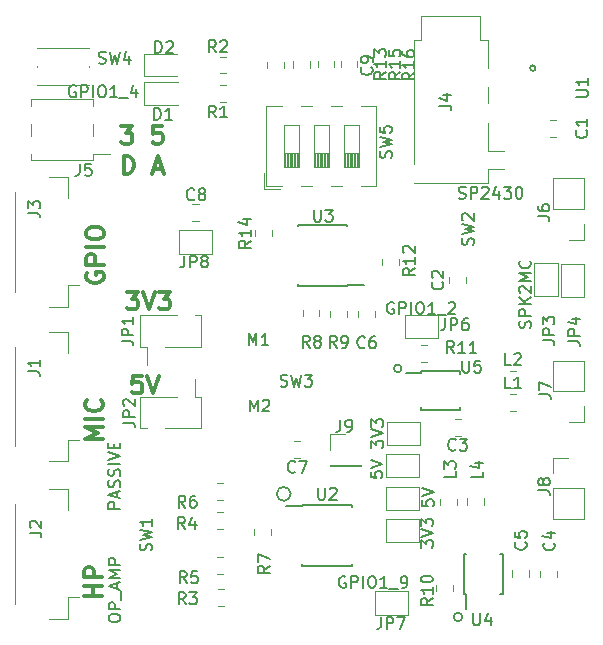
<source format=gbr>
G04 #@! TF.GenerationSoftware,KiCad,Pcbnew,(5.0.0)*
G04 #@! TF.CreationDate,2019-01-07T23:24:32-05:00*
G04 #@! TF.ProjectId,Audio_Breakout,417564696F5F427265616B6F75742E6B,rev?*
G04 #@! TF.SameCoordinates,Original*
G04 #@! TF.FileFunction,Legend,Top*
G04 #@! TF.FilePolarity,Positive*
%FSLAX46Y46*%
G04 Gerber Fmt 4.6, Leading zero omitted, Abs format (unit mm)*
G04 Created by KiCad (PCBNEW (5.0.0)) date 01/07/19 23:24:32*
%MOMM*%
%LPD*%
G01*
G04 APERTURE LIST*
%ADD10C,0.150000*%
%ADD11C,0.200000*%
%ADD12C,0.300000*%
%ADD13C,0.120000*%
G04 APERTURE END LIST*
D10*
X138779903Y-113518581D02*
X138922760Y-113566200D01*
X139160856Y-113566200D01*
X139256094Y-113518581D01*
X139303713Y-113470962D01*
X139351332Y-113375724D01*
X139351332Y-113280486D01*
X139303713Y-113185248D01*
X139256094Y-113137629D01*
X139160856Y-113090010D01*
X138970380Y-113042391D01*
X138875141Y-112994772D01*
X138827522Y-112947153D01*
X138779903Y-112851915D01*
X138779903Y-112756677D01*
X138827522Y-112661439D01*
X138875141Y-112613820D01*
X138970380Y-112566200D01*
X139208475Y-112566200D01*
X139351332Y-112613820D01*
X139779903Y-113566200D02*
X139779903Y-112566200D01*
X140160856Y-112566200D01*
X140256094Y-112613820D01*
X140303713Y-112661439D01*
X140351332Y-112756677D01*
X140351332Y-112899534D01*
X140303713Y-112994772D01*
X140256094Y-113042391D01*
X140160856Y-113090010D01*
X139779903Y-113090010D01*
X140732284Y-112661439D02*
X140779903Y-112613820D01*
X140875141Y-112566200D01*
X141113237Y-112566200D01*
X141208475Y-112613820D01*
X141256094Y-112661439D01*
X141303713Y-112756677D01*
X141303713Y-112851915D01*
X141256094Y-112994772D01*
X140684665Y-113566200D01*
X141303713Y-113566200D01*
X142160856Y-112899534D02*
X142160856Y-113566200D01*
X141922760Y-112518581D02*
X141684665Y-113232867D01*
X142303713Y-113232867D01*
X142589427Y-112566200D02*
X143208475Y-112566200D01*
X142875141Y-112947153D01*
X143017999Y-112947153D01*
X143113237Y-112994772D01*
X143160856Y-113042391D01*
X143208475Y-113137629D01*
X143208475Y-113375724D01*
X143160856Y-113470962D01*
X143113237Y-113518581D01*
X143017999Y-113566200D01*
X142732284Y-113566200D01*
X142637046Y-113518581D01*
X142589427Y-113470962D01*
X143827522Y-112566200D02*
X143922760Y-112566200D01*
X144017999Y-112613820D01*
X144065618Y-112661439D01*
X144113237Y-112756677D01*
X144160856Y-112947153D01*
X144160856Y-113185248D01*
X144113237Y-113375724D01*
X144065618Y-113470962D01*
X144017999Y-113518581D01*
X143922760Y-113566200D01*
X143827522Y-113566200D01*
X143732284Y-113518581D01*
X143684665Y-113470962D01*
X143637046Y-113375724D01*
X143589427Y-113185248D01*
X143589427Y-112947153D01*
X143637046Y-112756677D01*
X143684665Y-112661439D01*
X143732284Y-112613820D01*
X143827522Y-112566200D01*
X144846941Y-124489173D02*
X144894560Y-124346316D01*
X144894560Y-124108220D01*
X144846941Y-124012982D01*
X144799322Y-123965363D01*
X144704084Y-123917744D01*
X144608846Y-123917744D01*
X144513608Y-123965363D01*
X144465989Y-124012982D01*
X144418370Y-124108220D01*
X144370751Y-124298697D01*
X144323132Y-124393935D01*
X144275513Y-124441554D01*
X144180275Y-124489173D01*
X144085037Y-124489173D01*
X143989799Y-124441554D01*
X143942180Y-124393935D01*
X143894560Y-124298697D01*
X143894560Y-124060601D01*
X143942180Y-123917744D01*
X144894560Y-123489173D02*
X143894560Y-123489173D01*
X143894560Y-123108220D01*
X143942180Y-123012982D01*
X143989799Y-122965363D01*
X144085037Y-122917744D01*
X144227894Y-122917744D01*
X144323132Y-122965363D01*
X144370751Y-123012982D01*
X144418370Y-123108220D01*
X144418370Y-123489173D01*
X144894560Y-122489173D02*
X143894560Y-122489173D01*
X144894560Y-121917744D02*
X144323132Y-122346316D01*
X143894560Y-121917744D02*
X144465989Y-122489173D01*
X143989799Y-121536792D02*
X143942180Y-121489173D01*
X143894560Y-121393935D01*
X143894560Y-121155840D01*
X143942180Y-121060601D01*
X143989799Y-121012982D01*
X144085037Y-120965363D01*
X144180275Y-120965363D01*
X144323132Y-121012982D01*
X144894560Y-121584411D01*
X144894560Y-120965363D01*
X144894560Y-120536792D02*
X143894560Y-120536792D01*
X144608846Y-120203459D01*
X143894560Y-119870125D01*
X144894560Y-119870125D01*
X144799322Y-118822506D02*
X144846941Y-118870125D01*
X144894560Y-119012982D01*
X144894560Y-119108220D01*
X144846941Y-119251078D01*
X144751703Y-119346316D01*
X144656465Y-119393935D01*
X144465989Y-119441554D01*
X144323132Y-119441554D01*
X144132656Y-119393935D01*
X144037418Y-119346316D01*
X143942180Y-119251078D01*
X143894560Y-119108220D01*
X143894560Y-119012982D01*
X143942180Y-118870125D01*
X143989799Y-118822506D01*
X133256946Y-122375040D02*
X133161708Y-122327420D01*
X133018851Y-122327420D01*
X132875994Y-122375040D01*
X132780756Y-122470278D01*
X132733137Y-122565516D01*
X132685518Y-122755992D01*
X132685518Y-122898849D01*
X132733137Y-123089325D01*
X132780756Y-123184563D01*
X132875994Y-123279801D01*
X133018851Y-123327420D01*
X133114089Y-123327420D01*
X133256946Y-123279801D01*
X133304565Y-123232182D01*
X133304565Y-122898849D01*
X133114089Y-122898849D01*
X133733137Y-123327420D02*
X133733137Y-122327420D01*
X134114089Y-122327420D01*
X134209327Y-122375040D01*
X134256946Y-122422659D01*
X134304565Y-122517897D01*
X134304565Y-122660754D01*
X134256946Y-122755992D01*
X134209327Y-122803611D01*
X134114089Y-122851230D01*
X133733137Y-122851230D01*
X134733137Y-123327420D02*
X134733137Y-122327420D01*
X135399803Y-122327420D02*
X135590280Y-122327420D01*
X135685518Y-122375040D01*
X135780756Y-122470278D01*
X135828375Y-122660754D01*
X135828375Y-122994087D01*
X135780756Y-123184563D01*
X135685518Y-123279801D01*
X135590280Y-123327420D01*
X135399803Y-123327420D01*
X135304565Y-123279801D01*
X135209327Y-123184563D01*
X135161708Y-122994087D01*
X135161708Y-122660754D01*
X135209327Y-122470278D01*
X135304565Y-122375040D01*
X135399803Y-122327420D01*
X136780756Y-123327420D02*
X136209327Y-123327420D01*
X136495041Y-123327420D02*
X136495041Y-122327420D01*
X136399803Y-122470278D01*
X136304565Y-122565516D01*
X136209327Y-122613135D01*
X136971232Y-123422659D02*
X137733137Y-123422659D01*
X137923613Y-122422659D02*
X137971232Y-122375040D01*
X138066470Y-122327420D01*
X138304565Y-122327420D01*
X138399803Y-122375040D01*
X138447422Y-122422659D01*
X138495041Y-122517897D01*
X138495041Y-122613135D01*
X138447422Y-122755992D01*
X137875994Y-123327420D01*
X138495041Y-123327420D01*
X129187866Y-145565240D02*
X129092628Y-145517620D01*
X128949771Y-145517620D01*
X128806914Y-145565240D01*
X128711676Y-145660478D01*
X128664057Y-145755716D01*
X128616438Y-145946192D01*
X128616438Y-146089049D01*
X128664057Y-146279525D01*
X128711676Y-146374763D01*
X128806914Y-146470001D01*
X128949771Y-146517620D01*
X129045009Y-146517620D01*
X129187866Y-146470001D01*
X129235485Y-146422382D01*
X129235485Y-146089049D01*
X129045009Y-146089049D01*
X129664057Y-146517620D02*
X129664057Y-145517620D01*
X130045009Y-145517620D01*
X130140247Y-145565240D01*
X130187866Y-145612859D01*
X130235485Y-145708097D01*
X130235485Y-145850954D01*
X130187866Y-145946192D01*
X130140247Y-145993811D01*
X130045009Y-146041430D01*
X129664057Y-146041430D01*
X130664057Y-146517620D02*
X130664057Y-145517620D01*
X131330723Y-145517620D02*
X131521200Y-145517620D01*
X131616438Y-145565240D01*
X131711676Y-145660478D01*
X131759295Y-145850954D01*
X131759295Y-146184287D01*
X131711676Y-146374763D01*
X131616438Y-146470001D01*
X131521200Y-146517620D01*
X131330723Y-146517620D01*
X131235485Y-146470001D01*
X131140247Y-146374763D01*
X131092628Y-146184287D01*
X131092628Y-145850954D01*
X131140247Y-145660478D01*
X131235485Y-145565240D01*
X131330723Y-145517620D01*
X132711676Y-146517620D02*
X132140247Y-146517620D01*
X132425961Y-146517620D02*
X132425961Y-145517620D01*
X132330723Y-145660478D01*
X132235485Y-145755716D01*
X132140247Y-145803335D01*
X132902152Y-146612859D02*
X133664057Y-146612859D01*
X133949771Y-146517620D02*
X134140247Y-146517620D01*
X134235485Y-146470001D01*
X134283104Y-146422382D01*
X134378342Y-146279525D01*
X134425961Y-146089049D01*
X134425961Y-145708097D01*
X134378342Y-145612859D01*
X134330723Y-145565240D01*
X134235485Y-145517620D01*
X134045009Y-145517620D01*
X133949771Y-145565240D01*
X133902152Y-145612859D01*
X133854533Y-145708097D01*
X133854533Y-145946192D01*
X133902152Y-146041430D01*
X133949771Y-146089049D01*
X134045009Y-146136668D01*
X134235485Y-146136668D01*
X134330723Y-146089049D01*
X134378342Y-146041430D01*
X134425961Y-145946192D01*
X120986016Y-125969020D02*
X120986016Y-124969020D01*
X121319349Y-125683306D01*
X121652682Y-124969020D01*
X121652682Y-125969020D01*
X122652682Y-125969020D02*
X122081254Y-125969020D01*
X122366968Y-125969020D02*
X122366968Y-124969020D01*
X122271730Y-125111878D01*
X122176492Y-125207116D01*
X122081254Y-125254735D01*
X121077456Y-131579880D02*
X121077456Y-130579880D01*
X121410789Y-131294166D01*
X121744122Y-130579880D01*
X121744122Y-131579880D01*
X122172694Y-130675119D02*
X122220313Y-130627500D01*
X122315551Y-130579880D01*
X122553646Y-130579880D01*
X122648884Y-130627500D01*
X122696503Y-130675119D01*
X122744122Y-130770357D01*
X122744122Y-130865595D01*
X122696503Y-131008452D01*
X122125075Y-131579880D01*
X122744122Y-131579880D01*
D11*
X139067683Y-148976080D02*
G75*
G03X139067683Y-148976080I-360823J0D01*
G01*
X133918617Y-127934720D02*
G75*
G03X133918617Y-127934720I-319697J0D01*
G01*
X145278626Y-102509320D02*
G75*
G03X145278626Y-102509320I-234466J0D01*
G01*
X124545274Y-138551920D02*
G75*
G03X124545274Y-138551920I-590734J0D01*
G01*
D10*
X110101640Y-139799984D02*
X109101640Y-139799984D01*
X109101640Y-139419032D01*
X109149260Y-139323794D01*
X109196879Y-139276175D01*
X109292117Y-139228556D01*
X109434974Y-139228556D01*
X109530212Y-139276175D01*
X109577831Y-139323794D01*
X109625450Y-139419032D01*
X109625450Y-139799984D01*
X109815926Y-138847603D02*
X109815926Y-138371413D01*
X110101640Y-138942841D02*
X109101640Y-138609508D01*
X110101640Y-138276175D01*
X110054021Y-137990460D02*
X110101640Y-137847603D01*
X110101640Y-137609508D01*
X110054021Y-137514270D01*
X110006402Y-137466651D01*
X109911164Y-137419032D01*
X109815926Y-137419032D01*
X109720688Y-137466651D01*
X109673069Y-137514270D01*
X109625450Y-137609508D01*
X109577831Y-137799984D01*
X109530212Y-137895222D01*
X109482593Y-137942841D01*
X109387355Y-137990460D01*
X109292117Y-137990460D01*
X109196879Y-137942841D01*
X109149260Y-137895222D01*
X109101640Y-137799984D01*
X109101640Y-137561889D01*
X109149260Y-137419032D01*
X110054021Y-137038080D02*
X110101640Y-136895222D01*
X110101640Y-136657127D01*
X110054021Y-136561889D01*
X110006402Y-136514270D01*
X109911164Y-136466651D01*
X109815926Y-136466651D01*
X109720688Y-136514270D01*
X109673069Y-136561889D01*
X109625450Y-136657127D01*
X109577831Y-136847603D01*
X109530212Y-136942841D01*
X109482593Y-136990460D01*
X109387355Y-137038080D01*
X109292117Y-137038080D01*
X109196879Y-136990460D01*
X109149260Y-136942841D01*
X109101640Y-136847603D01*
X109101640Y-136609508D01*
X109149260Y-136466651D01*
X110101640Y-136038080D02*
X109101640Y-136038080D01*
X109101640Y-135704746D02*
X110101640Y-135371413D01*
X109101640Y-135038080D01*
X109577831Y-134704746D02*
X109577831Y-134371413D01*
X110101640Y-134228556D02*
X110101640Y-134704746D01*
X109101640Y-134704746D01*
X109101640Y-134228556D01*
X109127040Y-149168810D02*
X109127040Y-148978334D01*
X109174660Y-148883096D01*
X109269898Y-148787858D01*
X109460374Y-148740239D01*
X109793707Y-148740239D01*
X109984183Y-148787858D01*
X110079421Y-148883096D01*
X110127040Y-148978334D01*
X110127040Y-149168810D01*
X110079421Y-149264048D01*
X109984183Y-149359286D01*
X109793707Y-149406905D01*
X109460374Y-149406905D01*
X109269898Y-149359286D01*
X109174660Y-149264048D01*
X109127040Y-149168810D01*
X110127040Y-148311667D02*
X109127040Y-148311667D01*
X109127040Y-147930715D01*
X109174660Y-147835477D01*
X109222279Y-147787858D01*
X109317517Y-147740239D01*
X109460374Y-147740239D01*
X109555612Y-147787858D01*
X109603231Y-147835477D01*
X109650850Y-147930715D01*
X109650850Y-148311667D01*
X110222279Y-147549762D02*
X110222279Y-146787858D01*
X109841326Y-146597381D02*
X109841326Y-146121191D01*
X110127040Y-146692620D02*
X109127040Y-146359286D01*
X110127040Y-146025953D01*
X110127040Y-145692620D02*
X109127040Y-145692620D01*
X109841326Y-145359286D01*
X109127040Y-145025953D01*
X110127040Y-145025953D01*
X110127040Y-144549762D02*
X109127040Y-144549762D01*
X109127040Y-144168810D01*
X109174660Y-144073572D01*
X109222279Y-144025953D01*
X109317517Y-143978334D01*
X109460374Y-143978334D01*
X109555612Y-144025953D01*
X109603231Y-144073572D01*
X109650850Y-144168810D01*
X109650850Y-144549762D01*
D12*
X108585391Y-147200631D02*
X107085391Y-147200631D01*
X107799677Y-147200631D02*
X107799677Y-146343488D01*
X108585391Y-146343488D02*
X107085391Y-146343488D01*
X108585391Y-145629202D02*
X107085391Y-145629202D01*
X107085391Y-145057774D01*
X107156820Y-144914917D01*
X107228248Y-144843488D01*
X107371105Y-144772060D01*
X107585391Y-144772060D01*
X107728248Y-144843488D01*
X107799677Y-144914917D01*
X107871105Y-145057774D01*
X107871105Y-145629202D01*
X107306680Y-119851300D02*
X107235251Y-119994157D01*
X107235251Y-120208442D01*
X107306680Y-120422728D01*
X107449537Y-120565585D01*
X107592394Y-120637014D01*
X107878108Y-120708442D01*
X108092394Y-120708442D01*
X108378108Y-120637014D01*
X108520965Y-120565585D01*
X108663822Y-120422728D01*
X108735251Y-120208442D01*
X108735251Y-120065585D01*
X108663822Y-119851300D01*
X108592394Y-119779871D01*
X108092394Y-119779871D01*
X108092394Y-120065585D01*
X108735251Y-119137014D02*
X107235251Y-119137014D01*
X107235251Y-118565585D01*
X107306680Y-118422728D01*
X107378108Y-118351300D01*
X107520965Y-118279871D01*
X107735251Y-118279871D01*
X107878108Y-118351300D01*
X107949537Y-118422728D01*
X108020965Y-118565585D01*
X108020965Y-119137014D01*
X108735251Y-117637014D02*
X107235251Y-117637014D01*
X107235251Y-116637014D02*
X107235251Y-116351300D01*
X107306680Y-116208442D01*
X107449537Y-116065585D01*
X107735251Y-115994157D01*
X108235251Y-115994157D01*
X108520965Y-116065585D01*
X108663822Y-116208442D01*
X108735251Y-116351300D01*
X108735251Y-116637014D01*
X108663822Y-116779871D01*
X108520965Y-116922728D01*
X108235251Y-116994157D01*
X107735251Y-116994157D01*
X107449537Y-116922728D01*
X107306680Y-116779871D01*
X107235251Y-116637014D01*
X108656511Y-133920822D02*
X107156511Y-133920822D01*
X108227940Y-133420822D01*
X107156511Y-132920822D01*
X108656511Y-132920822D01*
X108656511Y-132206537D02*
X107156511Y-132206537D01*
X108513654Y-130635108D02*
X108585082Y-130706537D01*
X108656511Y-130920822D01*
X108656511Y-131063680D01*
X108585082Y-131277965D01*
X108442225Y-131420822D01*
X108299368Y-131492251D01*
X108013654Y-131563680D01*
X107799368Y-131563680D01*
X107513654Y-131492251D01*
X107370797Y-131420822D01*
X107227940Y-131277965D01*
X107156511Y-131063680D01*
X107156511Y-130920822D01*
X107227940Y-130706537D01*
X107299368Y-130635108D01*
D10*
X106330406Y-104023540D02*
X106235168Y-103975920D01*
X106092311Y-103975920D01*
X105949454Y-104023540D01*
X105854216Y-104118778D01*
X105806597Y-104214016D01*
X105758978Y-104404492D01*
X105758978Y-104547349D01*
X105806597Y-104737825D01*
X105854216Y-104833063D01*
X105949454Y-104928301D01*
X106092311Y-104975920D01*
X106187549Y-104975920D01*
X106330406Y-104928301D01*
X106378025Y-104880682D01*
X106378025Y-104547349D01*
X106187549Y-104547349D01*
X106806597Y-104975920D02*
X106806597Y-103975920D01*
X107187549Y-103975920D01*
X107282787Y-104023540D01*
X107330406Y-104071159D01*
X107378025Y-104166397D01*
X107378025Y-104309254D01*
X107330406Y-104404492D01*
X107282787Y-104452111D01*
X107187549Y-104499730D01*
X106806597Y-104499730D01*
X107806597Y-104975920D02*
X107806597Y-103975920D01*
X108473263Y-103975920D02*
X108663740Y-103975920D01*
X108758978Y-104023540D01*
X108854216Y-104118778D01*
X108901835Y-104309254D01*
X108901835Y-104642587D01*
X108854216Y-104833063D01*
X108758978Y-104928301D01*
X108663740Y-104975920D01*
X108473263Y-104975920D01*
X108378025Y-104928301D01*
X108282787Y-104833063D01*
X108235168Y-104642587D01*
X108235168Y-104309254D01*
X108282787Y-104118778D01*
X108378025Y-104023540D01*
X108473263Y-103975920D01*
X109854216Y-104975920D02*
X109282787Y-104975920D01*
X109568501Y-104975920D02*
X109568501Y-103975920D01*
X109473263Y-104118778D01*
X109378025Y-104214016D01*
X109282787Y-104261635D01*
X110044692Y-105071159D02*
X110806597Y-105071159D01*
X111473263Y-104309254D02*
X111473263Y-104975920D01*
X111235168Y-103928301D02*
X110997073Y-104642587D01*
X111616120Y-104642587D01*
D12*
X110215585Y-107397891D02*
X111144157Y-107397891D01*
X110644157Y-107969320D01*
X110858442Y-107969320D01*
X111001300Y-108040748D01*
X111072728Y-108112177D01*
X111144157Y-108255034D01*
X111144157Y-108612177D01*
X111072728Y-108755034D01*
X111001300Y-108826462D01*
X110858442Y-108897891D01*
X110429871Y-108897891D01*
X110287014Y-108826462D01*
X110215585Y-108755034D01*
X113644157Y-107397891D02*
X112929871Y-107397891D01*
X112858442Y-108112177D01*
X112929871Y-108040748D01*
X113072728Y-107969320D01*
X113429871Y-107969320D01*
X113572728Y-108040748D01*
X113644157Y-108112177D01*
X113715585Y-108255034D01*
X113715585Y-108612177D01*
X113644157Y-108755034D01*
X113572728Y-108826462D01*
X113429871Y-108897891D01*
X113072728Y-108897891D01*
X112929871Y-108826462D01*
X112858442Y-108755034D01*
X110394157Y-111447891D02*
X110394157Y-109947891D01*
X110751300Y-109947891D01*
X110965585Y-110019320D01*
X111108442Y-110162177D01*
X111179871Y-110305034D01*
X111251300Y-110590748D01*
X111251300Y-110805034D01*
X111179871Y-111090748D01*
X111108442Y-111233605D01*
X110965585Y-111376462D01*
X110751300Y-111447891D01*
X110394157Y-111447891D01*
X112965585Y-111019320D02*
X113679871Y-111019320D01*
X112822728Y-111447891D02*
X113322728Y-109947891D01*
X113822728Y-111447891D01*
X110662317Y-121444011D02*
X111590888Y-121444011D01*
X111090888Y-122015440D01*
X111305174Y-122015440D01*
X111448031Y-122086868D01*
X111519460Y-122158297D01*
X111590888Y-122301154D01*
X111590888Y-122658297D01*
X111519460Y-122801154D01*
X111448031Y-122872582D01*
X111305174Y-122944011D01*
X110876602Y-122944011D01*
X110733745Y-122872582D01*
X110662317Y-122801154D01*
X112019460Y-121444011D02*
X112519460Y-122944011D01*
X113019460Y-121444011D01*
X113376602Y-121444011D02*
X114305174Y-121444011D01*
X113805174Y-122015440D01*
X114019460Y-122015440D01*
X114162317Y-122086868D01*
X114233745Y-122158297D01*
X114305174Y-122301154D01*
X114305174Y-122658297D01*
X114233745Y-122801154D01*
X114162317Y-122872582D01*
X114019460Y-122944011D01*
X113590888Y-122944011D01*
X113448031Y-122872582D01*
X113376602Y-122801154D01*
X111918785Y-128548391D02*
X111204500Y-128548391D01*
X111133071Y-129262677D01*
X111204500Y-129191248D01*
X111347357Y-129119820D01*
X111704500Y-129119820D01*
X111847357Y-129191248D01*
X111918785Y-129262677D01*
X111990214Y-129405534D01*
X111990214Y-129762677D01*
X111918785Y-129905534D01*
X111847357Y-129976962D01*
X111704500Y-130048391D01*
X111347357Y-130048391D01*
X111204500Y-129976962D01*
X111133071Y-129905534D01*
X112418785Y-128548391D02*
X112918785Y-130048391D01*
X113418785Y-128548391D01*
D13*
G04 #@! TO.C,J4*
X135612500Y-100114500D02*
X135612500Y-98114500D01*
X140612500Y-100114500D02*
X140612500Y-98114500D01*
X140612500Y-98114500D02*
X135612500Y-98114500D01*
X135612500Y-100114500D02*
X135012500Y-100114500D01*
X141212500Y-100114500D02*
X140612500Y-100114500D01*
X135012500Y-112214500D02*
X141212500Y-112214500D01*
X141212500Y-100114500D02*
X141212500Y-102489500D01*
X141212500Y-104139500D02*
X141212500Y-105489500D01*
X141212500Y-107139500D02*
X141212500Y-109539500D01*
X141212500Y-111089500D02*
X141212500Y-112214500D01*
X135012500Y-110639500D02*
X135012500Y-100114500D01*
X141212500Y-111089500D02*
X142612500Y-111089500D01*
X141212500Y-109539500D02*
X142612500Y-109539500D01*
G04 #@! TO.C,C1*
X146481929Y-108317559D02*
X147004433Y-108317559D01*
X146481929Y-106897559D02*
X147004433Y-106897559D01*
G04 #@! TO.C,C2*
X139381300Y-120720752D02*
X139381300Y-120198248D01*
X137961300Y-120720752D02*
X137961300Y-120198248D01*
G04 #@! TO.C,C3*
X138940172Y-132233600D02*
X138417668Y-132233600D01*
X138940172Y-133653600D02*
X138417668Y-133653600D01*
G04 #@! TO.C,C4*
X147105440Y-145606292D02*
X147105440Y-145083788D01*
X145685440Y-145606292D02*
X145685440Y-145083788D01*
G04 #@! TO.C,C5*
X144733080Y-145554332D02*
X144733080Y-145031828D01*
X143313080Y-145554332D02*
X143313080Y-145031828D01*
G04 #@! TO.C,D1*
X112109800Y-105608000D02*
X114969800Y-105608000D01*
X112109800Y-103688000D02*
X112109800Y-105608000D01*
X114969800Y-103688000D02*
X112109800Y-103688000D01*
G04 #@! TO.C,D2*
X112100800Y-103195000D02*
X114960800Y-103195000D01*
X112100800Y-101275000D02*
X112100800Y-103195000D01*
X114960800Y-101275000D02*
X112100800Y-101275000D01*
G04 #@! TO.C,J1*
X101237900Y-134534780D02*
X101237900Y-126104780D01*
X105707900Y-124834780D02*
X105707900Y-126634780D01*
X104107900Y-124834780D02*
X105707900Y-124834780D01*
X105707900Y-134004780D02*
X106647900Y-134004780D01*
X105707900Y-135804780D02*
X105707900Y-134004780D01*
X104107900Y-135804780D02*
X105707900Y-135804780D01*
G04 #@! TO.C,J2*
X101212500Y-147844380D02*
X101212500Y-139414380D01*
X105682500Y-138144380D02*
X105682500Y-139944380D01*
X104082500Y-138144380D02*
X105682500Y-138144380D01*
X105682500Y-147314380D02*
X106622500Y-147314380D01*
X105682500Y-149114380D02*
X105682500Y-147314380D01*
X104082500Y-149114380D02*
X105682500Y-149114380D01*
G04 #@! TO.C,J3*
X101237900Y-121428380D02*
X101237900Y-112998380D01*
X105707900Y-111728380D02*
X105707900Y-113528380D01*
X104107900Y-111728380D02*
X105707900Y-111728380D01*
X105707900Y-120898380D02*
X106647900Y-120898380D01*
X105707900Y-122698380D02*
X105707900Y-120898380D01*
X104107900Y-122698380D02*
X105707900Y-122698380D01*
G04 #@! TO.C,J5*
X102596880Y-108226320D02*
X102596880Y-107206320D01*
X107796880Y-108226320D02*
X107796880Y-107206320D01*
X102596880Y-105686320D02*
X102596880Y-105116320D01*
X107796880Y-105686320D02*
X107796880Y-105116320D01*
X102596880Y-110316320D02*
X102596880Y-109746320D01*
X107796880Y-110316320D02*
X107796880Y-109746320D01*
X109236880Y-109746320D02*
X107796880Y-109746320D01*
X107796880Y-105116320D02*
X102596880Y-105116320D01*
X107796880Y-110316320D02*
X102596880Y-110316320D01*
G04 #@! TO.C,J6*
X149412000Y-117027000D02*
X148082000Y-117027000D01*
X149412000Y-115697000D02*
X149412000Y-117027000D01*
X149412000Y-114427000D02*
X146752000Y-114427000D01*
X146752000Y-114427000D02*
X146752000Y-111827000D01*
X149412000Y-114427000D02*
X149412000Y-111827000D01*
X149412000Y-111827000D02*
X146752000Y-111827000D01*
G04 #@! TO.C,J7*
X149399300Y-132482900D02*
X148069300Y-132482900D01*
X149399300Y-131152900D02*
X149399300Y-132482900D01*
X149399300Y-129882900D02*
X146739300Y-129882900D01*
X146739300Y-129882900D02*
X146739300Y-127282900D01*
X149399300Y-129882900D02*
X149399300Y-127282900D01*
X149399300Y-127282900D02*
X146739300Y-127282900D01*
G04 #@! TO.C,J8*
X146731680Y-135484560D02*
X148061680Y-135484560D01*
X146731680Y-136814560D02*
X146731680Y-135484560D01*
X146731680Y-138084560D02*
X149391680Y-138084560D01*
X149391680Y-138084560D02*
X149391680Y-140684560D01*
X146731680Y-138084560D02*
X146731680Y-140684560D01*
X146731680Y-140684560D02*
X149391680Y-140684560D01*
G04 #@! TO.C,J9*
X127841700Y-133505900D02*
X129171700Y-133505900D01*
X127841700Y-134835900D02*
X127841700Y-133505900D01*
X127841700Y-136105900D02*
X130501700Y-136105900D01*
X130501700Y-136105900D02*
X130501700Y-136165900D01*
X127841700Y-136105900D02*
X127841700Y-136165900D01*
X127841700Y-136165900D02*
X130501700Y-136165900D01*
G04 #@! TO.C,JP1*
X113876360Y-126104960D02*
X116986360Y-126104960D01*
X116416360Y-123444960D02*
X116986360Y-123444960D01*
X111786360Y-126104960D02*
X112356360Y-126104960D01*
X112356360Y-126104960D02*
X112356360Y-127624960D01*
X111786360Y-123444960D02*
X114896360Y-123444960D01*
X116986360Y-126104960D02*
X116986360Y-123444960D01*
X111786360Y-126104960D02*
X111786360Y-123444960D01*
G04 #@! TO.C,JP2*
X114896360Y-130353760D02*
X111786360Y-130353760D01*
X112356360Y-133013760D02*
X111786360Y-133013760D01*
X116986360Y-130353760D02*
X116416360Y-130353760D01*
X116416360Y-130353760D02*
X116416360Y-128833760D01*
X116986360Y-133013760D02*
X113876360Y-133013760D01*
X111786360Y-130353760D02*
X111786360Y-133013760D01*
X116986360Y-130353760D02*
X116986360Y-133013760D01*
G04 #@! TO.C,JP3*
X147189700Y-119033000D02*
X147189700Y-121833000D01*
X147189700Y-121833000D02*
X145189700Y-121833000D01*
X145189700Y-121833000D02*
X145189700Y-119033000D01*
X145189700Y-119033000D02*
X147189700Y-119033000D01*
G04 #@! TO.C,JP4*
X149396648Y-119123000D02*
X149396648Y-121923000D01*
X149396648Y-121923000D02*
X147396648Y-121923000D01*
X147396648Y-121923000D02*
X147396648Y-119123000D01*
X147396648Y-119123000D02*
X149396648Y-119123000D01*
G04 #@! TO.C,JP6*
X137011700Y-125396500D02*
X134211700Y-125396500D01*
X134211700Y-125396500D02*
X134211700Y-123396500D01*
X134211700Y-123396500D02*
X137011700Y-123396500D01*
X137011700Y-123396500D02*
X137011700Y-125396500D01*
G04 #@! TO.C,JP7*
X131655360Y-146787360D02*
X134455360Y-146787360D01*
X134455360Y-146787360D02*
X134455360Y-148787360D01*
X134455360Y-148787360D02*
X131655360Y-148787360D01*
X131655360Y-148787360D02*
X131655360Y-146787360D01*
G04 #@! TO.C,JP8*
X115110900Y-116221000D02*
X117910900Y-116221000D01*
X117910900Y-116221000D02*
X117910900Y-118221000D01*
X117910900Y-118221000D02*
X115110900Y-118221000D01*
X115110900Y-118221000D02*
X115110900Y-116221000D01*
D10*
G04 #@! TO.C,U2*
X125547300Y-139567680D02*
X124147300Y-139567680D01*
X125547300Y-144667680D02*
X129697300Y-144667680D01*
X125547300Y-139517680D02*
X129697300Y-139517680D01*
X125547300Y-144667680D02*
X125547300Y-144522680D01*
X129697300Y-144667680D02*
X129697300Y-144522680D01*
X129697300Y-139517680D02*
X129697300Y-139662680D01*
X125547300Y-139517680D02*
X125547300Y-139567680D01*
G04 #@! TO.C,U3*
X129354400Y-120863600D02*
X130754400Y-120863600D01*
X129354400Y-115763600D02*
X125204400Y-115763600D01*
X129354400Y-120913600D02*
X125204400Y-120913600D01*
X129354400Y-115763600D02*
X129354400Y-115908600D01*
X125204400Y-115763600D02*
X125204400Y-115908600D01*
X125204400Y-120913600D02*
X125204400Y-120768600D01*
X129354400Y-120913600D02*
X129354400Y-120863600D01*
G04 #@! TO.C,U4*
X139355700Y-147026500D02*
X139355700Y-148276500D01*
X142530700Y-147026500D02*
X142530700Y-143676500D01*
X139180700Y-147026500D02*
X139180700Y-143676500D01*
X142530700Y-147026500D02*
X142280700Y-147026500D01*
X142530700Y-143676500D02*
X142280700Y-143676500D01*
X139180700Y-143676500D02*
X139430700Y-143676500D01*
X139180700Y-147026500D02*
X139355700Y-147026500D01*
G04 #@! TO.C,U5*
X135548500Y-128294000D02*
X134298500Y-128294000D01*
X135548500Y-131469000D02*
X138898500Y-131469000D01*
X135548500Y-128119000D02*
X138898500Y-128119000D01*
X135548500Y-131469000D02*
X135548500Y-131219000D01*
X138898500Y-131469000D02*
X138898500Y-131219000D01*
X138898500Y-128119000D02*
X138898500Y-128369000D01*
X135548500Y-128119000D02*
X135548500Y-128294000D01*
D13*
G04 #@! TO.C,L1*
X143100048Y-131532700D02*
X143622552Y-131532700D01*
X143100048Y-130112700D02*
X143622552Y-130112700D01*
G04 #@! TO.C,L2*
X143100048Y-129564200D02*
X143622552Y-129564200D01*
X143100048Y-128144200D02*
X143622552Y-128144200D01*
G04 #@! TO.C,L3*
X138644700Y-139478652D02*
X138644700Y-138956148D01*
X137224700Y-139478652D02*
X137224700Y-138956148D01*
G04 #@! TO.C,L4*
X140892600Y-139465952D02*
X140892600Y-138943448D01*
X139472600Y-139465952D02*
X139472600Y-138943448D01*
G04 #@! TO.C,R1*
X119048052Y-103938000D02*
X118525548Y-103938000D01*
X119048052Y-105358000D02*
X118525548Y-105358000D01*
G04 #@! TO.C,R2*
X119048052Y-101525000D02*
X118525548Y-101525000D01*
X119048052Y-102945000D02*
X118525548Y-102945000D01*
G04 #@! TO.C,R3*
X118385848Y-148047780D02*
X118908352Y-148047780D01*
X118385848Y-146627780D02*
X118908352Y-146627780D01*
G04 #@! TO.C,R4*
X118849932Y-140089820D02*
X118327428Y-140089820D01*
X118849932Y-141509820D02*
X118327428Y-141509820D01*
G04 #@! TO.C,R5*
X118309648Y-145355380D02*
X118832152Y-145355380D01*
X118309648Y-143935380D02*
X118832152Y-143935380D01*
G04 #@! TO.C,R6*
X118327428Y-139084120D02*
X118849932Y-139084120D01*
X118327428Y-137664120D02*
X118849932Y-137664120D01*
G04 #@! TO.C,R7*
X122896700Y-142035052D02*
X122896700Y-141512548D01*
X121476700Y-142035052D02*
X121476700Y-141512548D01*
G04 #@! TO.C,R8*
X126983560Y-123522372D02*
X126983560Y-122999868D01*
X125563560Y-123522372D02*
X125563560Y-122999868D01*
G04 #@! TO.C,R9*
X127890200Y-123036588D02*
X127890200Y-123559092D01*
X129310200Y-123036588D02*
X129310200Y-123559092D01*
G04 #@! TO.C,R10*
X138276400Y-146793852D02*
X138276400Y-146271348D01*
X136856400Y-146793852D02*
X136856400Y-146271348D01*
G04 #@! TO.C,R11*
X136122152Y-125947100D02*
X135599648Y-125947100D01*
X136122152Y-127367100D02*
X135599648Y-127367100D01*
G04 #@! TO.C,C6*
X130252400Y-123030348D02*
X130252400Y-123552852D01*
X131672400Y-123030348D02*
X131672400Y-123552852D01*
G04 #@! TO.C,C7*
X124848988Y-135495100D02*
X125371492Y-135495100D01*
X124848988Y-134075100D02*
X125371492Y-134075100D01*
G04 #@! TO.C,C8*
X116233308Y-115446880D02*
X116755812Y-115446880D01*
X116233308Y-114026880D02*
X116755812Y-114026880D01*
G04 #@! TO.C,C9*
X122540960Y-101994068D02*
X122540960Y-102516572D01*
X123960960Y-101994068D02*
X123960960Y-102516572D01*
G04 #@! TO.C,5V*
X132643420Y-137943080D02*
X135443420Y-137943080D01*
X135443420Y-137943080D02*
X135443420Y-139943080D01*
X135443420Y-139943080D02*
X132643420Y-139943080D01*
X132643420Y-139943080D02*
X132643420Y-137943080D01*
G04 #@! TO.C,3V3*
X132628180Y-140663420D02*
X135428180Y-140663420D01*
X135428180Y-140663420D02*
X135428180Y-142663420D01*
X135428180Y-142663420D02*
X132628180Y-142663420D01*
X132628180Y-142663420D02*
X132628180Y-140663420D01*
G04 #@! TO.C,5V*
X132645960Y-135161780D02*
X135445960Y-135161780D01*
X135445960Y-135161780D02*
X135445960Y-137161780D01*
X135445960Y-137161780D02*
X132645960Y-137161780D01*
X132645960Y-137161780D02*
X132645960Y-135161780D01*
G04 #@! TO.C,3V3*
X132663740Y-132446520D02*
X135463740Y-132446520D01*
X135463740Y-132446520D02*
X135463740Y-134446520D01*
X135463740Y-134446520D02*
X132663740Y-134446520D01*
X132663740Y-134446520D02*
X132663740Y-132446520D01*
G04 #@! TO.C,R12*
X133704400Y-119149652D02*
X133704400Y-118627148D01*
X132284400Y-119149652D02*
X132284400Y-118627148D01*
G04 #@! TO.C,R13*
X126145360Y-102459532D02*
X126145360Y-101937028D01*
X124725360Y-102459532D02*
X124725360Y-101937028D01*
G04 #@! TO.C,R14*
X122934800Y-116720252D02*
X122934800Y-116197748D01*
X121514800Y-116720252D02*
X121514800Y-116197748D01*
G04 #@! TO.C,R15*
X128238161Y-102453131D02*
X128238161Y-101930627D01*
X126818161Y-102453131D02*
X126818161Y-101930627D01*
G04 #@! TO.C,R16*
X130188161Y-102453131D02*
X130188161Y-101930627D01*
X128768161Y-102453131D02*
X128768161Y-101930627D01*
G04 #@! TO.C,SW4*
X103103320Y-102401840D02*
X103103320Y-102301840D01*
X107503320Y-100801840D02*
X103103320Y-100801840D01*
X103103320Y-103901840D02*
X107503320Y-103901840D01*
X107503320Y-102401840D02*
X107503320Y-102301840D01*
G04 #@! TO.C,SW5*
X129047240Y-109706493D02*
X130317240Y-109706493D01*
X130247240Y-110913160D02*
X130247240Y-109706493D01*
X130127240Y-110913160D02*
X130127240Y-109706493D01*
X130007240Y-110913160D02*
X130007240Y-109706493D01*
X129887240Y-110913160D02*
X129887240Y-109706493D01*
X129767240Y-110913160D02*
X129767240Y-109706493D01*
X129647240Y-110913160D02*
X129647240Y-109706493D01*
X129527240Y-110913160D02*
X129527240Y-109706493D01*
X129407240Y-110913160D02*
X129407240Y-109706493D01*
X129287240Y-110913160D02*
X129287240Y-109706493D01*
X129167240Y-110913160D02*
X129167240Y-109706493D01*
X129047240Y-107293160D02*
X129047240Y-110913160D01*
X130317240Y-107293160D02*
X129047240Y-107293160D01*
X130317240Y-110913160D02*
X130317240Y-107293160D01*
X129047240Y-110913160D02*
X130317240Y-110913160D01*
X126507240Y-109706493D02*
X127777240Y-109706493D01*
X127707240Y-110913160D02*
X127707240Y-109706493D01*
X127587240Y-110913160D02*
X127587240Y-109706493D01*
X127467240Y-110913160D02*
X127467240Y-109706493D01*
X127347240Y-110913160D02*
X127347240Y-109706493D01*
X127227240Y-110913160D02*
X127227240Y-109706493D01*
X127107240Y-110913160D02*
X127107240Y-109706493D01*
X126987240Y-110913160D02*
X126987240Y-109706493D01*
X126867240Y-110913160D02*
X126867240Y-109706493D01*
X126747240Y-110913160D02*
X126747240Y-109706493D01*
X126627240Y-110913160D02*
X126627240Y-109706493D01*
X126507240Y-107293160D02*
X126507240Y-110913160D01*
X127777240Y-107293160D02*
X126507240Y-107293160D01*
X127777240Y-110913160D02*
X127777240Y-107293160D01*
X126507240Y-110913160D02*
X127777240Y-110913160D01*
X123967240Y-109706493D02*
X125237240Y-109706493D01*
X125167240Y-110913160D02*
X125167240Y-109706493D01*
X125047240Y-110913160D02*
X125047240Y-109706493D01*
X124927240Y-110913160D02*
X124927240Y-109706493D01*
X124807240Y-110913160D02*
X124807240Y-109706493D01*
X124687240Y-110913160D02*
X124687240Y-109706493D01*
X124567240Y-110913160D02*
X124567240Y-109706493D01*
X124447240Y-110913160D02*
X124447240Y-109706493D01*
X124327240Y-110913160D02*
X124327240Y-109706493D01*
X124207240Y-110913160D02*
X124207240Y-109706493D01*
X124087240Y-110913160D02*
X124087240Y-109706493D01*
X123967240Y-107293160D02*
X123967240Y-110913160D01*
X125237240Y-107293160D02*
X123967240Y-107293160D01*
X125237240Y-110913160D02*
X125237240Y-107293160D01*
X123967240Y-110913160D02*
X125237240Y-110913160D01*
X122252240Y-112753160D02*
X123635240Y-112753160D01*
X122252240Y-112753160D02*
X122252240Y-111370160D01*
X125402240Y-105693160D02*
X126342240Y-105693160D01*
X122492240Y-105693160D02*
X123802240Y-105693160D01*
X127942240Y-105693160D02*
X128882240Y-105693160D01*
X130482240Y-105693160D02*
X131792240Y-105693160D01*
X130482240Y-112513160D02*
X131792240Y-112513160D01*
X127942240Y-112513160D02*
X128882240Y-112513160D01*
X125402240Y-112513160D02*
X126342240Y-112513160D01*
X122492240Y-112513160D02*
X123802240Y-112513160D01*
X131792240Y-112513160D02*
X131792240Y-105693160D01*
X122492240Y-112513160D02*
X122492240Y-105693160D01*
G04 #@! TO.C,J4*
D10*
X137143240Y-105689993D02*
X137857526Y-105689993D01*
X138000383Y-105737612D01*
X138095621Y-105832850D01*
X138143240Y-105975707D01*
X138143240Y-106070945D01*
X137476574Y-104785231D02*
X138143240Y-104785231D01*
X137095621Y-105023326D02*
X137809907Y-105261421D01*
X137809907Y-104642374D01*
G04 #@! TO.C,C1*
X149582142Y-107773766D02*
X149629761Y-107821385D01*
X149677380Y-107964242D01*
X149677380Y-108059480D01*
X149629761Y-108202338D01*
X149534523Y-108297576D01*
X149439285Y-108345195D01*
X149248809Y-108392814D01*
X149105952Y-108392814D01*
X148915476Y-108345195D01*
X148820238Y-108297576D01*
X148725000Y-108202338D01*
X148677380Y-108059480D01*
X148677380Y-107964242D01*
X148725000Y-107821385D01*
X148772619Y-107773766D01*
X149677380Y-106821385D02*
X149677380Y-107392814D01*
X149677380Y-107107100D02*
X148677380Y-107107100D01*
X148820238Y-107202338D01*
X148915476Y-107297576D01*
X148963095Y-107392814D01*
G04 #@! TO.C,C2*
X137378442Y-120626166D02*
X137426061Y-120673785D01*
X137473680Y-120816642D01*
X137473680Y-120911880D01*
X137426061Y-121054738D01*
X137330823Y-121149976D01*
X137235585Y-121197595D01*
X137045109Y-121245214D01*
X136902252Y-121245214D01*
X136711776Y-121197595D01*
X136616538Y-121149976D01*
X136521300Y-121054738D01*
X136473680Y-120911880D01*
X136473680Y-120816642D01*
X136521300Y-120673785D01*
X136568919Y-120626166D01*
X136568919Y-120245214D02*
X136521300Y-120197595D01*
X136473680Y-120102357D01*
X136473680Y-119864261D01*
X136521300Y-119769023D01*
X136568919Y-119721404D01*
X136664157Y-119673785D01*
X136759395Y-119673785D01*
X136902252Y-119721404D01*
X137473680Y-120292833D01*
X137473680Y-119673785D01*
G04 #@! TO.C,C3*
X138512253Y-134796802D02*
X138464634Y-134844421D01*
X138321777Y-134892040D01*
X138226539Y-134892040D01*
X138083681Y-134844421D01*
X137988443Y-134749183D01*
X137940824Y-134653945D01*
X137893205Y-134463469D01*
X137893205Y-134320612D01*
X137940824Y-134130136D01*
X137988443Y-134034898D01*
X138083681Y-133939660D01*
X138226539Y-133892040D01*
X138321777Y-133892040D01*
X138464634Y-133939660D01*
X138512253Y-133987279D01*
X138845586Y-133892040D02*
X139464634Y-133892040D01*
X139131300Y-134272993D01*
X139274158Y-134272993D01*
X139369396Y-134320612D01*
X139417015Y-134368231D01*
X139464634Y-134463469D01*
X139464634Y-134701564D01*
X139417015Y-134796802D01*
X139369396Y-134844421D01*
X139274158Y-134892040D01*
X138988443Y-134892040D01*
X138893205Y-134844421D01*
X138845586Y-134796802D01*
G04 #@! TO.C,C4*
X146813542Y-142711466D02*
X146861161Y-142759085D01*
X146908780Y-142901942D01*
X146908780Y-142997180D01*
X146861161Y-143140038D01*
X146765923Y-143235276D01*
X146670685Y-143282895D01*
X146480209Y-143330514D01*
X146337352Y-143330514D01*
X146146876Y-143282895D01*
X146051638Y-143235276D01*
X145956400Y-143140038D01*
X145908780Y-142997180D01*
X145908780Y-142901942D01*
X145956400Y-142759085D01*
X146004019Y-142711466D01*
X146242114Y-141854323D02*
X146908780Y-141854323D01*
X145861161Y-142092419D02*
X146575447Y-142330514D01*
X146575447Y-141711466D01*
G04 #@! TO.C,C5*
X144425942Y-142647966D02*
X144473561Y-142695585D01*
X144521180Y-142838442D01*
X144521180Y-142933680D01*
X144473561Y-143076538D01*
X144378323Y-143171776D01*
X144283085Y-143219395D01*
X144092609Y-143267014D01*
X143949752Y-143267014D01*
X143759276Y-143219395D01*
X143664038Y-143171776D01*
X143568800Y-143076538D01*
X143521180Y-142933680D01*
X143521180Y-142838442D01*
X143568800Y-142695585D01*
X143616419Y-142647966D01*
X143521180Y-141743204D02*
X143521180Y-142219395D01*
X143997371Y-142267014D01*
X143949752Y-142219395D01*
X143902133Y-142124157D01*
X143902133Y-141886061D01*
X143949752Y-141790823D01*
X143997371Y-141743204D01*
X144092609Y-141695585D01*
X144330704Y-141695585D01*
X144425942Y-141743204D01*
X144473561Y-141790823D01*
X144521180Y-141886061D01*
X144521180Y-142124157D01*
X144473561Y-142219395D01*
X144425942Y-142267014D01*
G04 #@! TO.C,D1*
X112965004Y-106878380D02*
X112965004Y-105878380D01*
X113203100Y-105878380D01*
X113345957Y-105926000D01*
X113441195Y-106021238D01*
X113488814Y-106116476D01*
X113536433Y-106306952D01*
X113536433Y-106449809D01*
X113488814Y-106640285D01*
X113441195Y-106735523D01*
X113345957Y-106830761D01*
X113203100Y-106878380D01*
X112965004Y-106878380D01*
X114488814Y-106878380D02*
X113917385Y-106878380D01*
X114203100Y-106878380D02*
X114203100Y-105878380D01*
X114107861Y-106021238D01*
X114012623Y-106116476D01*
X113917385Y-106164095D01*
G04 #@! TO.C,D2*
X113066604Y-101214180D02*
X113066604Y-100214180D01*
X113304700Y-100214180D01*
X113447557Y-100261800D01*
X113542795Y-100357038D01*
X113590414Y-100452276D01*
X113638033Y-100642752D01*
X113638033Y-100785609D01*
X113590414Y-100976085D01*
X113542795Y-101071323D01*
X113447557Y-101166561D01*
X113304700Y-101214180D01*
X113066604Y-101214180D01*
X114018985Y-100309419D02*
X114066604Y-100261800D01*
X114161842Y-100214180D01*
X114399938Y-100214180D01*
X114495176Y-100261800D01*
X114542795Y-100309419D01*
X114590414Y-100404657D01*
X114590414Y-100499895D01*
X114542795Y-100642752D01*
X113971366Y-101214180D01*
X114590414Y-101214180D01*
G04 #@! TO.C,J1*
X102284280Y-128184233D02*
X102998566Y-128184233D01*
X103141423Y-128231852D01*
X103236661Y-128327090D01*
X103284280Y-128469947D01*
X103284280Y-128565185D01*
X103284280Y-127184233D02*
X103284280Y-127755661D01*
X103284280Y-127469947D02*
X102284280Y-127469947D01*
X102427138Y-127565185D01*
X102522376Y-127660423D01*
X102569995Y-127755661D01*
G04 #@! TO.C,J2*
X102436680Y-141836733D02*
X103150966Y-141836733D01*
X103293823Y-141884352D01*
X103389061Y-141979590D01*
X103436680Y-142122447D01*
X103436680Y-142217685D01*
X102531919Y-141408161D02*
X102484300Y-141360542D01*
X102436680Y-141265304D01*
X102436680Y-141027209D01*
X102484300Y-140931971D01*
X102531919Y-140884352D01*
X102627157Y-140836733D01*
X102722395Y-140836733D01*
X102865252Y-140884352D01*
X103436680Y-141455780D01*
X103436680Y-140836733D01*
G04 #@! TO.C,J3*
X102335080Y-114773033D02*
X103049366Y-114773033D01*
X103192223Y-114820652D01*
X103287461Y-114915890D01*
X103335080Y-115058747D01*
X103335080Y-115153985D01*
X102335080Y-114392080D02*
X102335080Y-113773033D01*
X102716033Y-114106366D01*
X102716033Y-113963509D01*
X102763652Y-113868271D01*
X102811271Y-113820652D01*
X102906509Y-113773033D01*
X103144604Y-113773033D01*
X103239842Y-113820652D01*
X103287461Y-113868271D01*
X103335080Y-113963509D01*
X103335080Y-114249223D01*
X103287461Y-114344461D01*
X103239842Y-114392080D01*
G04 #@! TO.C,J5*
X106689566Y-110615480D02*
X106689566Y-111329766D01*
X106641947Y-111472623D01*
X106546709Y-111567861D01*
X106403852Y-111615480D01*
X106308614Y-111615480D01*
X107641947Y-110615480D02*
X107165757Y-110615480D01*
X107118138Y-111091671D01*
X107165757Y-111044052D01*
X107260995Y-110996433D01*
X107499090Y-110996433D01*
X107594328Y-111044052D01*
X107641947Y-111091671D01*
X107689566Y-111186909D01*
X107689566Y-111425004D01*
X107641947Y-111520242D01*
X107594328Y-111567861D01*
X107499090Y-111615480D01*
X107260995Y-111615480D01*
X107165757Y-111567861D01*
X107118138Y-111520242D01*
G04 #@! TO.C,J6*
X145451580Y-115052433D02*
X146165866Y-115052433D01*
X146308723Y-115100052D01*
X146403961Y-115195290D01*
X146451580Y-115338147D01*
X146451580Y-115433385D01*
X145451580Y-114147671D02*
X145451580Y-114338147D01*
X145499200Y-114433385D01*
X145546819Y-114481004D01*
X145689676Y-114576242D01*
X145880152Y-114623861D01*
X146261104Y-114623861D01*
X146356342Y-114576242D01*
X146403961Y-114528623D01*
X146451580Y-114433385D01*
X146451580Y-114242909D01*
X146403961Y-114147671D01*
X146356342Y-114100052D01*
X146261104Y-114052433D01*
X146023009Y-114052433D01*
X145927771Y-114100052D01*
X145880152Y-114147671D01*
X145832533Y-114242909D01*
X145832533Y-114433385D01*
X145880152Y-114528623D01*
X145927771Y-114576242D01*
X146023009Y-114623861D01*
G04 #@! TO.C,J7*
X145565880Y-130140033D02*
X146280166Y-130140033D01*
X146423023Y-130187652D01*
X146518261Y-130282890D01*
X146565880Y-130425747D01*
X146565880Y-130520985D01*
X145565880Y-129759080D02*
X145565880Y-129092414D01*
X146565880Y-129520985D01*
G04 #@! TO.C,J8*
X145489680Y-138242633D02*
X146203966Y-138242633D01*
X146346823Y-138290252D01*
X146442061Y-138385490D01*
X146489680Y-138528347D01*
X146489680Y-138623585D01*
X145918252Y-137623585D02*
X145870633Y-137718823D01*
X145823014Y-137766442D01*
X145727776Y-137814061D01*
X145680157Y-137814061D01*
X145584919Y-137766442D01*
X145537300Y-137718823D01*
X145489680Y-137623585D01*
X145489680Y-137433109D01*
X145537300Y-137337871D01*
X145584919Y-137290252D01*
X145680157Y-137242633D01*
X145727776Y-137242633D01*
X145823014Y-137290252D01*
X145870633Y-137337871D01*
X145918252Y-137433109D01*
X145918252Y-137623585D01*
X145965871Y-137718823D01*
X146013490Y-137766442D01*
X146108728Y-137814061D01*
X146299204Y-137814061D01*
X146394442Y-137766442D01*
X146442061Y-137718823D01*
X146489680Y-137623585D01*
X146489680Y-137433109D01*
X146442061Y-137337871D01*
X146394442Y-137290252D01*
X146299204Y-137242633D01*
X146108728Y-137242633D01*
X146013490Y-137290252D01*
X145965871Y-137337871D01*
X145918252Y-137433109D01*
G04 #@! TO.C,J9*
X128749466Y-132289300D02*
X128749466Y-133003586D01*
X128701847Y-133146443D01*
X128606609Y-133241681D01*
X128463752Y-133289300D01*
X128368514Y-133289300D01*
X129273276Y-133289300D02*
X129463752Y-133289300D01*
X129558990Y-133241681D01*
X129606609Y-133194062D01*
X129701847Y-133051205D01*
X129749466Y-132860729D01*
X129749466Y-132479777D01*
X129701847Y-132384539D01*
X129654228Y-132336920D01*
X129558990Y-132289300D01*
X129368514Y-132289300D01*
X129273276Y-132336920D01*
X129225657Y-132384539D01*
X129178038Y-132479777D01*
X129178038Y-132717872D01*
X129225657Y-132813110D01*
X129273276Y-132860729D01*
X129368514Y-132908348D01*
X129558990Y-132908348D01*
X129654228Y-132860729D01*
X129701847Y-132813110D01*
X129749466Y-132717872D01*
G04 #@! TO.C,JP1*
X110238740Y-125608293D02*
X110953026Y-125608293D01*
X111095883Y-125655912D01*
X111191121Y-125751150D01*
X111238740Y-125894007D01*
X111238740Y-125989245D01*
X111238740Y-125132102D02*
X110238740Y-125132102D01*
X110238740Y-124751150D01*
X110286360Y-124655912D01*
X110333979Y-124608293D01*
X110429217Y-124560674D01*
X110572074Y-124560674D01*
X110667312Y-124608293D01*
X110714931Y-124655912D01*
X110762550Y-124751150D01*
X110762550Y-125132102D01*
X111238740Y-123608293D02*
X111238740Y-124179721D01*
X111238740Y-123894007D02*
X110238740Y-123894007D01*
X110381598Y-123989245D01*
X110476836Y-124084483D01*
X110524455Y-124179721D01*
G04 #@! TO.C,JP2*
X110351320Y-132529793D02*
X111065606Y-132529793D01*
X111208463Y-132577412D01*
X111303701Y-132672650D01*
X111351320Y-132815507D01*
X111351320Y-132910745D01*
X111351320Y-132053602D02*
X110351320Y-132053602D01*
X110351320Y-131672650D01*
X110398940Y-131577412D01*
X110446559Y-131529793D01*
X110541797Y-131482174D01*
X110684654Y-131482174D01*
X110779892Y-131529793D01*
X110827511Y-131577412D01*
X110875130Y-131672650D01*
X110875130Y-132053602D01*
X110446559Y-131101221D02*
X110398940Y-131053602D01*
X110351320Y-130958364D01*
X110351320Y-130720269D01*
X110398940Y-130625031D01*
X110446559Y-130577412D01*
X110541797Y-130529793D01*
X110637035Y-130529793D01*
X110779892Y-130577412D01*
X111351320Y-131148840D01*
X111351320Y-130529793D01*
G04 #@! TO.C,JP3*
X145870680Y-125558933D02*
X146584966Y-125558933D01*
X146727823Y-125606552D01*
X146823061Y-125701790D01*
X146870680Y-125844647D01*
X146870680Y-125939885D01*
X146870680Y-125082742D02*
X145870680Y-125082742D01*
X145870680Y-124701790D01*
X145918300Y-124606552D01*
X145965919Y-124558933D01*
X146061157Y-124511314D01*
X146204014Y-124511314D01*
X146299252Y-124558933D01*
X146346871Y-124606552D01*
X146394490Y-124701790D01*
X146394490Y-125082742D01*
X145870680Y-124177980D02*
X145870680Y-123558933D01*
X146251633Y-123892266D01*
X146251633Y-123749409D01*
X146299252Y-123654171D01*
X146346871Y-123606552D01*
X146442109Y-123558933D01*
X146680204Y-123558933D01*
X146775442Y-123606552D01*
X146823061Y-123654171D01*
X146870680Y-123749409D01*
X146870680Y-124035123D01*
X146823061Y-124130361D01*
X146775442Y-124177980D01*
G04 #@! TO.C,JP4*
X148042380Y-125636233D02*
X148756666Y-125636233D01*
X148899523Y-125683852D01*
X148994761Y-125779090D01*
X149042380Y-125921947D01*
X149042380Y-126017185D01*
X149042380Y-125160042D02*
X148042380Y-125160042D01*
X148042380Y-124779090D01*
X148090000Y-124683852D01*
X148137619Y-124636233D01*
X148232857Y-124588614D01*
X148375714Y-124588614D01*
X148470952Y-124636233D01*
X148518571Y-124683852D01*
X148566190Y-124779090D01*
X148566190Y-125160042D01*
X148375714Y-123731471D02*
X149042380Y-123731471D01*
X147994761Y-123969566D02*
X148709047Y-124207661D01*
X148709047Y-123588614D01*
G04 #@! TO.C,JP6*
X137616986Y-123699020D02*
X137616986Y-124413306D01*
X137569367Y-124556163D01*
X137474129Y-124651401D01*
X137331272Y-124699020D01*
X137236034Y-124699020D01*
X138093177Y-124699020D02*
X138093177Y-123699020D01*
X138474129Y-123699020D01*
X138569367Y-123746640D01*
X138616986Y-123794259D01*
X138664605Y-123889497D01*
X138664605Y-124032354D01*
X138616986Y-124127592D01*
X138569367Y-124175211D01*
X138474129Y-124222830D01*
X138093177Y-124222830D01*
X139521748Y-123699020D02*
X139331272Y-123699020D01*
X139236034Y-123746640D01*
X139188415Y-123794259D01*
X139093177Y-123937116D01*
X139045558Y-124127592D01*
X139045558Y-124508544D01*
X139093177Y-124603782D01*
X139140796Y-124651401D01*
X139236034Y-124699020D01*
X139426510Y-124699020D01*
X139521748Y-124651401D01*
X139569367Y-124603782D01*
X139616986Y-124508544D01*
X139616986Y-124270449D01*
X139569367Y-124175211D01*
X139521748Y-124127592D01*
X139426510Y-124079973D01*
X139236034Y-124079973D01*
X139140796Y-124127592D01*
X139093177Y-124175211D01*
X139045558Y-124270449D01*
G04 #@! TO.C,JP7*
X132201706Y-148974560D02*
X132201706Y-149688846D01*
X132154087Y-149831703D01*
X132058849Y-149926941D01*
X131915992Y-149974560D01*
X131820754Y-149974560D01*
X132677897Y-149974560D02*
X132677897Y-148974560D01*
X133058849Y-148974560D01*
X133154087Y-149022180D01*
X133201706Y-149069799D01*
X133249325Y-149165037D01*
X133249325Y-149307894D01*
X133201706Y-149403132D01*
X133154087Y-149450751D01*
X133058849Y-149498370D01*
X132677897Y-149498370D01*
X133582659Y-148974560D02*
X134249325Y-148974560D01*
X133820754Y-149974560D01*
G04 #@! TO.C,JP8*
X115549466Y-118387880D02*
X115549466Y-119102166D01*
X115501847Y-119245023D01*
X115406609Y-119340261D01*
X115263752Y-119387880D01*
X115168514Y-119387880D01*
X116025657Y-119387880D02*
X116025657Y-118387880D01*
X116406609Y-118387880D01*
X116501847Y-118435500D01*
X116549466Y-118483119D01*
X116597085Y-118578357D01*
X116597085Y-118721214D01*
X116549466Y-118816452D01*
X116501847Y-118864071D01*
X116406609Y-118911690D01*
X116025657Y-118911690D01*
X117168514Y-118816452D02*
X117073276Y-118768833D01*
X117025657Y-118721214D01*
X116978038Y-118625976D01*
X116978038Y-118578357D01*
X117025657Y-118483119D01*
X117073276Y-118435500D01*
X117168514Y-118387880D01*
X117358990Y-118387880D01*
X117454228Y-118435500D01*
X117501847Y-118483119D01*
X117549466Y-118578357D01*
X117549466Y-118625976D01*
X117501847Y-118721214D01*
X117454228Y-118768833D01*
X117358990Y-118816452D01*
X117168514Y-118816452D01*
X117073276Y-118864071D01*
X117025657Y-118911690D01*
X116978038Y-119006928D01*
X116978038Y-119197404D01*
X117025657Y-119292642D01*
X117073276Y-119340261D01*
X117168514Y-119387880D01*
X117358990Y-119387880D01*
X117454228Y-119340261D01*
X117501847Y-119292642D01*
X117549466Y-119197404D01*
X117549466Y-119006928D01*
X117501847Y-118911690D01*
X117454228Y-118864071D01*
X117358990Y-118816452D01*
G04 #@! TO.C,SW1*
X112736261Y-143334573D02*
X112783880Y-143191716D01*
X112783880Y-142953620D01*
X112736261Y-142858382D01*
X112688642Y-142810763D01*
X112593404Y-142763144D01*
X112498166Y-142763144D01*
X112402928Y-142810763D01*
X112355309Y-142858382D01*
X112307690Y-142953620D01*
X112260071Y-143144097D01*
X112212452Y-143239335D01*
X112164833Y-143286954D01*
X112069595Y-143334573D01*
X111974357Y-143334573D01*
X111879119Y-143286954D01*
X111831500Y-143239335D01*
X111783880Y-143144097D01*
X111783880Y-142906001D01*
X111831500Y-142763144D01*
X111783880Y-142429811D02*
X112783880Y-142191716D01*
X112069595Y-142001240D01*
X112783880Y-141810763D01*
X111783880Y-141572668D01*
X112783880Y-140667906D02*
X112783880Y-141239335D01*
X112783880Y-140953620D02*
X111783880Y-140953620D01*
X111926738Y-141048859D01*
X112021976Y-141144097D01*
X112069595Y-141239335D01*
G04 #@! TO.C,SW2*
X139982841Y-117482453D02*
X140030460Y-117339596D01*
X140030460Y-117101500D01*
X139982841Y-117006262D01*
X139935222Y-116958643D01*
X139839984Y-116911024D01*
X139744746Y-116911024D01*
X139649508Y-116958643D01*
X139601889Y-117006262D01*
X139554270Y-117101500D01*
X139506651Y-117291977D01*
X139459032Y-117387215D01*
X139411413Y-117434834D01*
X139316175Y-117482453D01*
X139220937Y-117482453D01*
X139125699Y-117434834D01*
X139078080Y-117387215D01*
X139030460Y-117291977D01*
X139030460Y-117053881D01*
X139078080Y-116911024D01*
X139030460Y-116577691D02*
X140030460Y-116339596D01*
X139316175Y-116149120D01*
X140030460Y-115958643D01*
X139030460Y-115720548D01*
X139125699Y-115387215D02*
X139078080Y-115339596D01*
X139030460Y-115244358D01*
X139030460Y-115006262D01*
X139078080Y-114911024D01*
X139125699Y-114863405D01*
X139220937Y-114815786D01*
X139316175Y-114815786D01*
X139459032Y-114863405D01*
X140030460Y-115434834D01*
X140030460Y-114815786D01*
G04 #@! TO.C,SW3*
X123690546Y-129418981D02*
X123833403Y-129466600D01*
X124071499Y-129466600D01*
X124166737Y-129418981D01*
X124214356Y-129371362D01*
X124261975Y-129276124D01*
X124261975Y-129180886D01*
X124214356Y-129085648D01*
X124166737Y-129038029D01*
X124071499Y-128990410D01*
X123881022Y-128942791D01*
X123785784Y-128895172D01*
X123738165Y-128847553D01*
X123690546Y-128752315D01*
X123690546Y-128657077D01*
X123738165Y-128561839D01*
X123785784Y-128514220D01*
X123881022Y-128466600D01*
X124119118Y-128466600D01*
X124261975Y-128514220D01*
X124595308Y-128466600D02*
X124833403Y-129466600D01*
X125023880Y-128752315D01*
X125214356Y-129466600D01*
X125452451Y-128466600D01*
X125738165Y-128466600D02*
X126357213Y-128466600D01*
X126023880Y-128847553D01*
X126166737Y-128847553D01*
X126261975Y-128895172D01*
X126309594Y-128942791D01*
X126357213Y-129038029D01*
X126357213Y-129276124D01*
X126309594Y-129371362D01*
X126261975Y-129418981D01*
X126166737Y-129466600D01*
X125881022Y-129466600D01*
X125785784Y-129418981D01*
X125738165Y-129371362D01*
G04 #@! TO.C,U1*
X148702780Y-104940004D02*
X149512304Y-104940004D01*
X149607542Y-104892385D01*
X149655161Y-104844766D01*
X149702780Y-104749528D01*
X149702780Y-104559052D01*
X149655161Y-104463814D01*
X149607542Y-104416195D01*
X149512304Y-104368576D01*
X148702780Y-104368576D01*
X149702780Y-103368576D02*
X149702780Y-103940004D01*
X149702780Y-103654290D02*
X148702780Y-103654290D01*
X148845638Y-103749528D01*
X148940876Y-103844766D01*
X148988495Y-103940004D01*
G04 #@! TO.C,U2*
X126860395Y-138045060D02*
X126860395Y-138854584D01*
X126908014Y-138949822D01*
X126955633Y-138997441D01*
X127050871Y-139045060D01*
X127241347Y-139045060D01*
X127336585Y-138997441D01*
X127384204Y-138949822D01*
X127431823Y-138854584D01*
X127431823Y-138045060D01*
X127860395Y-138140299D02*
X127908014Y-138092680D01*
X128003252Y-138045060D01*
X128241347Y-138045060D01*
X128336585Y-138092680D01*
X128384204Y-138140299D01*
X128431823Y-138235537D01*
X128431823Y-138330775D01*
X128384204Y-138473632D01*
X127812776Y-139045060D01*
X128431823Y-139045060D01*
G04 #@! TO.C,U3*
X126530195Y-114501680D02*
X126530195Y-115311204D01*
X126577814Y-115406442D01*
X126625433Y-115454061D01*
X126720671Y-115501680D01*
X126911147Y-115501680D01*
X127006385Y-115454061D01*
X127054004Y-115406442D01*
X127101623Y-115311204D01*
X127101623Y-114501680D01*
X127482576Y-114501680D02*
X128101623Y-114501680D01*
X127768290Y-114882633D01*
X127911147Y-114882633D01*
X128006385Y-114930252D01*
X128054004Y-114977871D01*
X128101623Y-115073109D01*
X128101623Y-115311204D01*
X128054004Y-115406442D01*
X128006385Y-115454061D01*
X127911147Y-115501680D01*
X127625433Y-115501680D01*
X127530195Y-115454061D01*
X127482576Y-115406442D01*
G04 #@! TO.C,U4*
X140004895Y-148677380D02*
X140004895Y-149486904D01*
X140052514Y-149582142D01*
X140100133Y-149629761D01*
X140195371Y-149677380D01*
X140385847Y-149677380D01*
X140481085Y-149629761D01*
X140528704Y-149582142D01*
X140576323Y-149486904D01*
X140576323Y-148677380D01*
X141481085Y-149010714D02*
X141481085Y-149677380D01*
X141242990Y-148629761D02*
X141004895Y-149344047D01*
X141623942Y-149344047D01*
G04 #@! TO.C,U5*
X139087955Y-127285500D02*
X139087955Y-128095024D01*
X139135574Y-128190262D01*
X139183193Y-128237881D01*
X139278431Y-128285500D01*
X139468907Y-128285500D01*
X139564145Y-128237881D01*
X139611764Y-128190262D01*
X139659383Y-128095024D01*
X139659383Y-127285500D01*
X140611764Y-127285500D02*
X140135574Y-127285500D01*
X140087955Y-127761691D01*
X140135574Y-127714072D01*
X140230812Y-127666453D01*
X140468907Y-127666453D01*
X140564145Y-127714072D01*
X140611764Y-127761691D01*
X140659383Y-127856929D01*
X140659383Y-128095024D01*
X140611764Y-128190262D01*
X140564145Y-128237881D01*
X140468907Y-128285500D01*
X140230812Y-128285500D01*
X140135574Y-128237881D01*
X140087955Y-128190262D01*
G04 #@! TO.C,L1*
X143194633Y-129625080D02*
X142718442Y-129625080D01*
X142718442Y-128625080D01*
X144051776Y-129625080D02*
X143480347Y-129625080D01*
X143766061Y-129625080D02*
X143766061Y-128625080D01*
X143670823Y-128767938D01*
X143575585Y-128863176D01*
X143480347Y-128910795D01*
G04 #@! TO.C,L2*
X143194633Y-127656580D02*
X142718442Y-127656580D01*
X142718442Y-126656580D01*
X143480347Y-126751819D02*
X143527966Y-126704200D01*
X143623204Y-126656580D01*
X143861300Y-126656580D01*
X143956538Y-126704200D01*
X144004157Y-126751819D01*
X144051776Y-126847057D01*
X144051776Y-126942295D01*
X144004157Y-127085152D01*
X143432728Y-127656580D01*
X144051776Y-127656580D01*
G04 #@! TO.C,L3*
X138514080Y-136653566D02*
X138514080Y-137129757D01*
X137514080Y-137129757D01*
X137514080Y-136415471D02*
X137514080Y-135796423D01*
X137895033Y-136129757D01*
X137895033Y-135986900D01*
X137942652Y-135891661D01*
X137990271Y-135844042D01*
X138085509Y-135796423D01*
X138323604Y-135796423D01*
X138418842Y-135844042D01*
X138466461Y-135891661D01*
X138514080Y-135986900D01*
X138514080Y-136272614D01*
X138466461Y-136367852D01*
X138418842Y-136415471D01*
G04 #@! TO.C,L4*
X140800080Y-136678966D02*
X140800080Y-137155157D01*
X139800080Y-137155157D01*
X140133414Y-135917061D02*
X140800080Y-135917061D01*
X139752461Y-136155157D02*
X140466747Y-136393252D01*
X140466747Y-135774204D01*
G04 #@! TO.C,R1*
X118210033Y-106675180D02*
X117876700Y-106198990D01*
X117638604Y-106675180D02*
X117638604Y-105675180D01*
X118019557Y-105675180D01*
X118114795Y-105722800D01*
X118162414Y-105770419D01*
X118210033Y-105865657D01*
X118210033Y-106008514D01*
X118162414Y-106103752D01*
X118114795Y-106151371D01*
X118019557Y-106198990D01*
X117638604Y-106198990D01*
X119162414Y-106675180D02*
X118590985Y-106675180D01*
X118876700Y-106675180D02*
X118876700Y-105675180D01*
X118781461Y-105818038D01*
X118686223Y-105913276D01*
X118590985Y-105960895D01*
G04 #@! TO.C,R2*
X118210033Y-101163380D02*
X117876700Y-100687190D01*
X117638604Y-101163380D02*
X117638604Y-100163380D01*
X118019557Y-100163380D01*
X118114795Y-100211000D01*
X118162414Y-100258619D01*
X118210033Y-100353857D01*
X118210033Y-100496714D01*
X118162414Y-100591952D01*
X118114795Y-100639571D01*
X118019557Y-100687190D01*
X117638604Y-100687190D01*
X118590985Y-100258619D02*
X118638604Y-100211000D01*
X118733842Y-100163380D01*
X118971938Y-100163380D01*
X119067176Y-100211000D01*
X119114795Y-100258619D01*
X119162414Y-100353857D01*
X119162414Y-100449095D01*
X119114795Y-100591952D01*
X118543366Y-101163380D01*
X119162414Y-101163380D01*
G04 #@! TO.C,R3*
X115647173Y-147894300D02*
X115313840Y-147418110D01*
X115075744Y-147894300D02*
X115075744Y-146894300D01*
X115456697Y-146894300D01*
X115551935Y-146941920D01*
X115599554Y-146989539D01*
X115647173Y-147084777D01*
X115647173Y-147227634D01*
X115599554Y-147322872D01*
X115551935Y-147370491D01*
X115456697Y-147418110D01*
X115075744Y-147418110D01*
X115980506Y-146894300D02*
X116599554Y-146894300D01*
X116266220Y-147275253D01*
X116409078Y-147275253D01*
X116504316Y-147322872D01*
X116551935Y-147370491D01*
X116599554Y-147465729D01*
X116599554Y-147703824D01*
X116551935Y-147799062D01*
X116504316Y-147846681D01*
X116409078Y-147894300D01*
X116123363Y-147894300D01*
X116028125Y-147846681D01*
X115980506Y-147799062D01*
G04 #@! TO.C,R4*
X115593833Y-141536680D02*
X115260500Y-141060490D01*
X115022404Y-141536680D02*
X115022404Y-140536680D01*
X115403357Y-140536680D01*
X115498595Y-140584300D01*
X115546214Y-140631919D01*
X115593833Y-140727157D01*
X115593833Y-140870014D01*
X115546214Y-140965252D01*
X115498595Y-141012871D01*
X115403357Y-141060490D01*
X115022404Y-141060490D01*
X116450976Y-140870014D02*
X116450976Y-141536680D01*
X116212880Y-140489061D02*
X115974785Y-141203347D01*
X116593833Y-141203347D01*
G04 #@! TO.C,R5*
X115728453Y-146106140D02*
X115395120Y-145629950D01*
X115157024Y-146106140D02*
X115157024Y-145106140D01*
X115537977Y-145106140D01*
X115633215Y-145153760D01*
X115680834Y-145201379D01*
X115728453Y-145296617D01*
X115728453Y-145439474D01*
X115680834Y-145534712D01*
X115633215Y-145582331D01*
X115537977Y-145629950D01*
X115157024Y-145629950D01*
X116633215Y-145106140D02*
X116157024Y-145106140D01*
X116109405Y-145582331D01*
X116157024Y-145534712D01*
X116252262Y-145487093D01*
X116490358Y-145487093D01*
X116585596Y-145534712D01*
X116633215Y-145582331D01*
X116680834Y-145677569D01*
X116680834Y-145915664D01*
X116633215Y-146010902D01*
X116585596Y-146058521D01*
X116490358Y-146106140D01*
X116252262Y-146106140D01*
X116157024Y-146058521D01*
X116109405Y-146010902D01*
G04 #@! TO.C,R6*
X115621773Y-139718040D02*
X115288440Y-139241850D01*
X115050344Y-139718040D02*
X115050344Y-138718040D01*
X115431297Y-138718040D01*
X115526535Y-138765660D01*
X115574154Y-138813279D01*
X115621773Y-138908517D01*
X115621773Y-139051374D01*
X115574154Y-139146612D01*
X115526535Y-139194231D01*
X115431297Y-139241850D01*
X115050344Y-139241850D01*
X116478916Y-138718040D02*
X116288440Y-138718040D01*
X116193201Y-138765660D01*
X116145582Y-138813279D01*
X116050344Y-138956136D01*
X116002725Y-139146612D01*
X116002725Y-139527564D01*
X116050344Y-139622802D01*
X116097963Y-139670421D01*
X116193201Y-139718040D01*
X116383678Y-139718040D01*
X116478916Y-139670421D01*
X116526535Y-139622802D01*
X116574154Y-139527564D01*
X116574154Y-139289469D01*
X116526535Y-139194231D01*
X116478916Y-139146612D01*
X116383678Y-139098993D01*
X116193201Y-139098993D01*
X116097963Y-139146612D01*
X116050344Y-139194231D01*
X116002725Y-139289469D01*
G04 #@! TO.C,R7*
X122758460Y-144644406D02*
X122282270Y-144977740D01*
X122758460Y-145215835D02*
X121758460Y-145215835D01*
X121758460Y-144834882D01*
X121806080Y-144739644D01*
X121853699Y-144692025D01*
X121948937Y-144644406D01*
X122091794Y-144644406D01*
X122187032Y-144692025D01*
X122234651Y-144739644D01*
X122282270Y-144834882D01*
X122282270Y-145215835D01*
X121758460Y-144311073D02*
X121758460Y-143644406D01*
X122758460Y-144072978D01*
G04 #@! TO.C,R8*
X126142453Y-126169680D02*
X125809120Y-125693490D01*
X125571024Y-126169680D02*
X125571024Y-125169680D01*
X125951977Y-125169680D01*
X126047215Y-125217300D01*
X126094834Y-125264919D01*
X126142453Y-125360157D01*
X126142453Y-125503014D01*
X126094834Y-125598252D01*
X126047215Y-125645871D01*
X125951977Y-125693490D01*
X125571024Y-125693490D01*
X126713881Y-125598252D02*
X126618643Y-125550633D01*
X126571024Y-125503014D01*
X126523405Y-125407776D01*
X126523405Y-125360157D01*
X126571024Y-125264919D01*
X126618643Y-125217300D01*
X126713881Y-125169680D01*
X126904358Y-125169680D01*
X126999596Y-125217300D01*
X127047215Y-125264919D01*
X127094834Y-125360157D01*
X127094834Y-125407776D01*
X127047215Y-125503014D01*
X126999596Y-125550633D01*
X126904358Y-125598252D01*
X126713881Y-125598252D01*
X126618643Y-125645871D01*
X126571024Y-125693490D01*
X126523405Y-125788728D01*
X126523405Y-125979204D01*
X126571024Y-126074442D01*
X126618643Y-126122061D01*
X126713881Y-126169680D01*
X126904358Y-126169680D01*
X126999596Y-126122061D01*
X127047215Y-126074442D01*
X127094834Y-125979204D01*
X127094834Y-125788728D01*
X127047215Y-125693490D01*
X126999596Y-125645871D01*
X126904358Y-125598252D01*
G04 #@! TO.C,R9*
X128446233Y-126169680D02*
X128112900Y-125693490D01*
X127874804Y-126169680D02*
X127874804Y-125169680D01*
X128255757Y-125169680D01*
X128350995Y-125217300D01*
X128398614Y-125264919D01*
X128446233Y-125360157D01*
X128446233Y-125503014D01*
X128398614Y-125598252D01*
X128350995Y-125645871D01*
X128255757Y-125693490D01*
X127874804Y-125693490D01*
X128922423Y-126169680D02*
X129112900Y-126169680D01*
X129208138Y-126122061D01*
X129255757Y-126074442D01*
X129350995Y-125931585D01*
X129398614Y-125741109D01*
X129398614Y-125360157D01*
X129350995Y-125264919D01*
X129303376Y-125217300D01*
X129208138Y-125169680D01*
X129017661Y-125169680D01*
X128922423Y-125217300D01*
X128874804Y-125264919D01*
X128827185Y-125360157D01*
X128827185Y-125598252D01*
X128874804Y-125693490D01*
X128922423Y-125741109D01*
X129017661Y-125788728D01*
X129208138Y-125788728D01*
X129303376Y-125741109D01*
X129350995Y-125693490D01*
X129398614Y-125598252D01*
G04 #@! TO.C,R10*
X136570980Y-147391357D02*
X136094790Y-147724690D01*
X136570980Y-147962785D02*
X135570980Y-147962785D01*
X135570980Y-147581833D01*
X135618600Y-147486595D01*
X135666219Y-147438976D01*
X135761457Y-147391357D01*
X135904314Y-147391357D01*
X135999552Y-147438976D01*
X136047171Y-147486595D01*
X136094790Y-147581833D01*
X136094790Y-147962785D01*
X136570980Y-146438976D02*
X136570980Y-147010404D01*
X136570980Y-146724690D02*
X135570980Y-146724690D01*
X135713838Y-146819928D01*
X135809076Y-146915166D01*
X135856695Y-147010404D01*
X135570980Y-145819928D02*
X135570980Y-145724690D01*
X135618600Y-145629452D01*
X135666219Y-145581833D01*
X135761457Y-145534214D01*
X135951933Y-145486595D01*
X136190028Y-145486595D01*
X136380504Y-145534214D01*
X136475742Y-145581833D01*
X136523361Y-145629452D01*
X136570980Y-145724690D01*
X136570980Y-145819928D01*
X136523361Y-145915166D01*
X136475742Y-145962785D01*
X136380504Y-146010404D01*
X136190028Y-146058023D01*
X135951933Y-146058023D01*
X135761457Y-146010404D01*
X135666219Y-145962785D01*
X135618600Y-145915166D01*
X135570980Y-145819928D01*
G04 #@! TO.C,R11*
X138366262Y-126631960D02*
X138032929Y-126155770D01*
X137794834Y-126631960D02*
X137794834Y-125631960D01*
X138175786Y-125631960D01*
X138271024Y-125679580D01*
X138318643Y-125727199D01*
X138366262Y-125822437D01*
X138366262Y-125965294D01*
X138318643Y-126060532D01*
X138271024Y-126108151D01*
X138175786Y-126155770D01*
X137794834Y-126155770D01*
X139318643Y-126631960D02*
X138747215Y-126631960D01*
X139032929Y-126631960D02*
X139032929Y-125631960D01*
X138937691Y-125774818D01*
X138842453Y-125870056D01*
X138747215Y-125917675D01*
X140271024Y-126631960D02*
X139699596Y-126631960D01*
X139985310Y-126631960D02*
X139985310Y-125631960D01*
X139890072Y-125774818D01*
X139794834Y-125870056D01*
X139699596Y-125917675D01*
G04 #@! TO.C,C6*
X130821133Y-126130322D02*
X130773514Y-126177941D01*
X130630657Y-126225560D01*
X130535419Y-126225560D01*
X130392561Y-126177941D01*
X130297323Y-126082703D01*
X130249704Y-125987465D01*
X130202085Y-125796989D01*
X130202085Y-125654132D01*
X130249704Y-125463656D01*
X130297323Y-125368418D01*
X130392561Y-125273180D01*
X130535419Y-125225560D01*
X130630657Y-125225560D01*
X130773514Y-125273180D01*
X130821133Y-125320799D01*
X131678276Y-125225560D02*
X131487800Y-125225560D01*
X131392561Y-125273180D01*
X131344942Y-125320799D01*
X131249704Y-125463656D01*
X131202085Y-125654132D01*
X131202085Y-126035084D01*
X131249704Y-126130322D01*
X131297323Y-126177941D01*
X131392561Y-126225560D01*
X131583038Y-126225560D01*
X131678276Y-126177941D01*
X131725895Y-126130322D01*
X131773514Y-126035084D01*
X131773514Y-125796989D01*
X131725895Y-125701751D01*
X131678276Y-125654132D01*
X131583038Y-125606513D01*
X131392561Y-125606513D01*
X131297323Y-125654132D01*
X131249704Y-125701751D01*
X131202085Y-125796989D01*
G04 #@! TO.C,C7*
X124930873Y-136666242D02*
X124883254Y-136713861D01*
X124740397Y-136761480D01*
X124645159Y-136761480D01*
X124502301Y-136713861D01*
X124407063Y-136618623D01*
X124359444Y-136523385D01*
X124311825Y-136332909D01*
X124311825Y-136190052D01*
X124359444Y-135999576D01*
X124407063Y-135904338D01*
X124502301Y-135809100D01*
X124645159Y-135761480D01*
X124740397Y-135761480D01*
X124883254Y-135809100D01*
X124930873Y-135856719D01*
X125264206Y-135761480D02*
X125930873Y-135761480D01*
X125502301Y-136761480D01*
G04 #@! TO.C,C8*
X116368533Y-113603042D02*
X116320914Y-113650661D01*
X116178057Y-113698280D01*
X116082819Y-113698280D01*
X115939961Y-113650661D01*
X115844723Y-113555423D01*
X115797104Y-113460185D01*
X115749485Y-113269709D01*
X115749485Y-113126852D01*
X115797104Y-112936376D01*
X115844723Y-112841138D01*
X115939961Y-112745900D01*
X116082819Y-112698280D01*
X116178057Y-112698280D01*
X116320914Y-112745900D01*
X116368533Y-112793519D01*
X116939961Y-113126852D02*
X116844723Y-113079233D01*
X116797104Y-113031614D01*
X116749485Y-112936376D01*
X116749485Y-112888757D01*
X116797104Y-112793519D01*
X116844723Y-112745900D01*
X116939961Y-112698280D01*
X117130438Y-112698280D01*
X117225676Y-112745900D01*
X117273295Y-112793519D01*
X117320914Y-112888757D01*
X117320914Y-112936376D01*
X117273295Y-113031614D01*
X117225676Y-113079233D01*
X117130438Y-113126852D01*
X116939961Y-113126852D01*
X116844723Y-113174471D01*
X116797104Y-113222090D01*
X116749485Y-113317328D01*
X116749485Y-113507804D01*
X116797104Y-113603042D01*
X116844723Y-113650661D01*
X116939961Y-113698280D01*
X117130438Y-113698280D01*
X117225676Y-113650661D01*
X117273295Y-113603042D01*
X117320914Y-113507804D01*
X117320914Y-113317328D01*
X117273295Y-113222090D01*
X117225676Y-113174471D01*
X117130438Y-113126852D01*
G04 #@! TO.C,C9*
X131383042Y-102439766D02*
X131430661Y-102487385D01*
X131478280Y-102630242D01*
X131478280Y-102725480D01*
X131430661Y-102868338D01*
X131335423Y-102963576D01*
X131240185Y-103011195D01*
X131049709Y-103058814D01*
X130906852Y-103058814D01*
X130716376Y-103011195D01*
X130621138Y-102963576D01*
X130525900Y-102868338D01*
X130478280Y-102725480D01*
X130478280Y-102630242D01*
X130525900Y-102487385D01*
X130573519Y-102439766D01*
X131478280Y-101963576D02*
X131478280Y-101773100D01*
X131430661Y-101677861D01*
X131383042Y-101630242D01*
X131240185Y-101535004D01*
X131049709Y-101487385D01*
X130668757Y-101487385D01*
X130573519Y-101535004D01*
X130525900Y-101582623D01*
X130478280Y-101677861D01*
X130478280Y-101868338D01*
X130525900Y-101963576D01*
X130573519Y-102011195D01*
X130668757Y-102058814D01*
X130906852Y-102058814D01*
X131002090Y-102011195D01*
X131049709Y-101963576D01*
X131097328Y-101868338D01*
X131097328Y-101677861D01*
X131049709Y-101582623D01*
X131002090Y-101535004D01*
X130906852Y-101487385D01*
G04 #@! TO.C,5V*
X135659880Y-139077676D02*
X135659880Y-139553866D01*
X136136071Y-139601485D01*
X136088452Y-139553866D01*
X136040833Y-139458628D01*
X136040833Y-139220533D01*
X136088452Y-139125295D01*
X136136071Y-139077676D01*
X136231309Y-139030057D01*
X136469404Y-139030057D01*
X136564642Y-139077676D01*
X136612261Y-139125295D01*
X136659880Y-139220533D01*
X136659880Y-139458628D01*
X136612261Y-139553866D01*
X136564642Y-139601485D01*
X135659880Y-138744342D02*
X136659880Y-138411009D01*
X135659880Y-138077676D01*
G04 #@! TO.C,3V3*
X135596380Y-143097095D02*
X135596380Y-142478047D01*
X135977333Y-142811380D01*
X135977333Y-142668523D01*
X136024952Y-142573285D01*
X136072571Y-142525666D01*
X136167809Y-142478047D01*
X136405904Y-142478047D01*
X136501142Y-142525666D01*
X136548761Y-142573285D01*
X136596380Y-142668523D01*
X136596380Y-142954238D01*
X136548761Y-143049476D01*
X136501142Y-143097095D01*
X135596380Y-142192333D02*
X136596380Y-141859000D01*
X135596380Y-141525666D01*
X135596380Y-141287571D02*
X135596380Y-140668523D01*
X135977333Y-141001857D01*
X135977333Y-140859000D01*
X136024952Y-140763761D01*
X136072571Y-140716142D01*
X136167809Y-140668523D01*
X136405904Y-140668523D01*
X136501142Y-140716142D01*
X136548761Y-140763761D01*
X136596380Y-140859000D01*
X136596380Y-141144714D01*
X136548761Y-141239952D01*
X136501142Y-141287571D01*
G04 #@! TO.C,5V*
X131319020Y-136679916D02*
X131319020Y-137156106D01*
X131795211Y-137203725D01*
X131747592Y-137156106D01*
X131699973Y-137060868D01*
X131699973Y-136822773D01*
X131747592Y-136727535D01*
X131795211Y-136679916D01*
X131890449Y-136632297D01*
X132128544Y-136632297D01*
X132223782Y-136679916D01*
X132271401Y-136727535D01*
X132319020Y-136822773D01*
X132319020Y-137060868D01*
X132271401Y-137156106D01*
X132223782Y-137203725D01*
X131319020Y-136346582D02*
X132319020Y-136013249D01*
X131319020Y-135679916D01*
G04 #@! TO.C,3V3*
X131372360Y-134666835D02*
X131372360Y-134047787D01*
X131753313Y-134381120D01*
X131753313Y-134238263D01*
X131800932Y-134143025D01*
X131848551Y-134095406D01*
X131943789Y-134047787D01*
X132181884Y-134047787D01*
X132277122Y-134095406D01*
X132324741Y-134143025D01*
X132372360Y-134238263D01*
X132372360Y-134523978D01*
X132324741Y-134619216D01*
X132277122Y-134666835D01*
X131372360Y-133762073D02*
X132372360Y-133428740D01*
X131372360Y-133095406D01*
X131372360Y-132857311D02*
X131372360Y-132238263D01*
X131753313Y-132571597D01*
X131753313Y-132428740D01*
X131800932Y-132333501D01*
X131848551Y-132285882D01*
X131943789Y-132238263D01*
X132181884Y-132238263D01*
X132277122Y-132285882D01*
X132324741Y-132333501D01*
X132372360Y-132428740D01*
X132372360Y-132714454D01*
X132324741Y-132809692D01*
X132277122Y-132857311D01*
G04 #@! TO.C,R12*
X135046980Y-119464057D02*
X134570790Y-119797390D01*
X135046980Y-120035485D02*
X134046980Y-120035485D01*
X134046980Y-119654533D01*
X134094600Y-119559295D01*
X134142219Y-119511676D01*
X134237457Y-119464057D01*
X134380314Y-119464057D01*
X134475552Y-119511676D01*
X134523171Y-119559295D01*
X134570790Y-119654533D01*
X134570790Y-120035485D01*
X135046980Y-118511676D02*
X135046980Y-119083104D01*
X135046980Y-118797390D02*
X134046980Y-118797390D01*
X134189838Y-118892628D01*
X134285076Y-118987866D01*
X134332695Y-119083104D01*
X134142219Y-118130723D02*
X134094600Y-118083104D01*
X134046980Y-117987866D01*
X134046980Y-117749771D01*
X134094600Y-117654533D01*
X134142219Y-117606914D01*
X134237457Y-117559295D01*
X134332695Y-117559295D01*
X134475552Y-117606914D01*
X135046980Y-118178342D01*
X135046980Y-117559295D01*
G04 #@! TO.C,R13*
X132608580Y-102827057D02*
X132132390Y-103160390D01*
X132608580Y-103398485D02*
X131608580Y-103398485D01*
X131608580Y-103017533D01*
X131656200Y-102922295D01*
X131703819Y-102874676D01*
X131799057Y-102827057D01*
X131941914Y-102827057D01*
X132037152Y-102874676D01*
X132084771Y-102922295D01*
X132132390Y-103017533D01*
X132132390Y-103398485D01*
X132608580Y-101874676D02*
X132608580Y-102446104D01*
X132608580Y-102160390D02*
X131608580Y-102160390D01*
X131751438Y-102255628D01*
X131846676Y-102350866D01*
X131894295Y-102446104D01*
X131608580Y-101541342D02*
X131608580Y-100922295D01*
X131989533Y-101255628D01*
X131989533Y-101112771D01*
X132037152Y-101017533D01*
X132084771Y-100969914D01*
X132180009Y-100922295D01*
X132418104Y-100922295D01*
X132513342Y-100969914D01*
X132560961Y-101017533D01*
X132608580Y-101112771D01*
X132608580Y-101398485D01*
X132560961Y-101493723D01*
X132513342Y-101541342D01*
G04 #@! TO.C,R14*
X121165880Y-117127257D02*
X120689690Y-117460590D01*
X121165880Y-117698685D02*
X120165880Y-117698685D01*
X120165880Y-117317733D01*
X120213500Y-117222495D01*
X120261119Y-117174876D01*
X120356357Y-117127257D01*
X120499214Y-117127257D01*
X120594452Y-117174876D01*
X120642071Y-117222495D01*
X120689690Y-117317733D01*
X120689690Y-117698685D01*
X121165880Y-116174876D02*
X121165880Y-116746304D01*
X121165880Y-116460590D02*
X120165880Y-116460590D01*
X120308738Y-116555828D01*
X120403976Y-116651066D01*
X120451595Y-116746304D01*
X120499214Y-115317733D02*
X121165880Y-115317733D01*
X120118261Y-115555828D02*
X120832547Y-115793923D01*
X120832547Y-115174876D01*
G04 #@! TO.C,R15*
X133840480Y-102852457D02*
X133364290Y-103185790D01*
X133840480Y-103423885D02*
X132840480Y-103423885D01*
X132840480Y-103042933D01*
X132888100Y-102947695D01*
X132935719Y-102900076D01*
X133030957Y-102852457D01*
X133173814Y-102852457D01*
X133269052Y-102900076D01*
X133316671Y-102947695D01*
X133364290Y-103042933D01*
X133364290Y-103423885D01*
X133840480Y-101900076D02*
X133840480Y-102471504D01*
X133840480Y-102185790D02*
X132840480Y-102185790D01*
X132983338Y-102281028D01*
X133078576Y-102376266D01*
X133126195Y-102471504D01*
X132840480Y-100995314D02*
X132840480Y-101471504D01*
X133316671Y-101519123D01*
X133269052Y-101471504D01*
X133221433Y-101376266D01*
X133221433Y-101138171D01*
X133269052Y-101042933D01*
X133316671Y-100995314D01*
X133411909Y-100947695D01*
X133650004Y-100947695D01*
X133745242Y-100995314D01*
X133792861Y-101042933D01*
X133840480Y-101138171D01*
X133840480Y-101376266D01*
X133792861Y-101471504D01*
X133745242Y-101519123D01*
G04 #@! TO.C,R16*
X135008880Y-102890557D02*
X134532690Y-103223890D01*
X135008880Y-103461985D02*
X134008880Y-103461985D01*
X134008880Y-103081033D01*
X134056500Y-102985795D01*
X134104119Y-102938176D01*
X134199357Y-102890557D01*
X134342214Y-102890557D01*
X134437452Y-102938176D01*
X134485071Y-102985795D01*
X134532690Y-103081033D01*
X134532690Y-103461985D01*
X135008880Y-101938176D02*
X135008880Y-102509604D01*
X135008880Y-102223890D02*
X134008880Y-102223890D01*
X134151738Y-102319128D01*
X134246976Y-102414366D01*
X134294595Y-102509604D01*
X134008880Y-101081033D02*
X134008880Y-101271509D01*
X134056500Y-101366747D01*
X134104119Y-101414366D01*
X134246976Y-101509604D01*
X134437452Y-101557223D01*
X134818404Y-101557223D01*
X134913642Y-101509604D01*
X134961261Y-101461985D01*
X135008880Y-101366747D01*
X135008880Y-101176271D01*
X134961261Y-101081033D01*
X134913642Y-101033414D01*
X134818404Y-100985795D01*
X134580309Y-100985795D01*
X134485071Y-101033414D01*
X134437452Y-101081033D01*
X134389833Y-101176271D01*
X134389833Y-101366747D01*
X134437452Y-101461985D01*
X134485071Y-101509604D01*
X134580309Y-101557223D01*
G04 #@! TO.C,SW4*
X108305766Y-102080961D02*
X108448623Y-102128580D01*
X108686719Y-102128580D01*
X108781957Y-102080961D01*
X108829576Y-102033342D01*
X108877195Y-101938104D01*
X108877195Y-101842866D01*
X108829576Y-101747628D01*
X108781957Y-101700009D01*
X108686719Y-101652390D01*
X108496242Y-101604771D01*
X108401004Y-101557152D01*
X108353385Y-101509533D01*
X108305766Y-101414295D01*
X108305766Y-101319057D01*
X108353385Y-101223819D01*
X108401004Y-101176200D01*
X108496242Y-101128580D01*
X108734338Y-101128580D01*
X108877195Y-101176200D01*
X109210528Y-101128580D02*
X109448623Y-102128580D01*
X109639100Y-101414295D01*
X109829576Y-102128580D01*
X110067671Y-101128580D01*
X110877195Y-101461914D02*
X110877195Y-102128580D01*
X110639100Y-101080961D02*
X110401004Y-101795247D01*
X111020052Y-101795247D01*
G04 #@! TO.C,SW5*
X133041021Y-110088513D02*
X133088640Y-109945656D01*
X133088640Y-109707560D01*
X133041021Y-109612322D01*
X132993402Y-109564703D01*
X132898164Y-109517084D01*
X132802926Y-109517084D01*
X132707688Y-109564703D01*
X132660069Y-109612322D01*
X132612450Y-109707560D01*
X132564831Y-109898037D01*
X132517212Y-109993275D01*
X132469593Y-110040894D01*
X132374355Y-110088513D01*
X132279117Y-110088513D01*
X132183879Y-110040894D01*
X132136260Y-109993275D01*
X132088640Y-109898037D01*
X132088640Y-109659941D01*
X132136260Y-109517084D01*
X132088640Y-109183751D02*
X133088640Y-108945656D01*
X132374355Y-108755180D01*
X133088640Y-108564703D01*
X132088640Y-108326608D01*
X132088640Y-107469465D02*
X132088640Y-107945656D01*
X132564831Y-107993275D01*
X132517212Y-107945656D01*
X132469593Y-107850418D01*
X132469593Y-107612322D01*
X132517212Y-107517084D01*
X132564831Y-107469465D01*
X132660069Y-107421846D01*
X132898164Y-107421846D01*
X132993402Y-107469465D01*
X133041021Y-107517084D01*
X133088640Y-107612322D01*
X133088640Y-107850418D01*
X133041021Y-107945656D01*
X132993402Y-107993275D01*
G04 #@! TD*
M02*

</source>
